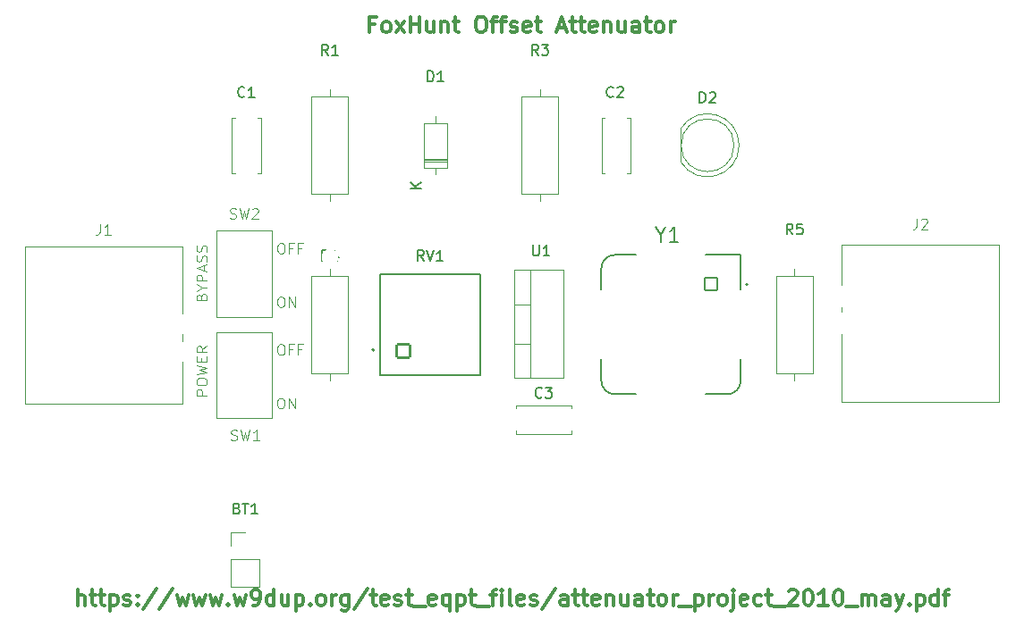
<source format=gto>
%TF.GenerationSoftware,KiCad,Pcbnew,9.0.0*%
%TF.CreationDate,2025-08-17T08:57:57-07:00*%
%TF.ProjectId,OffsetAttenuator,4f666673-6574-4417-9474-656e7561746f,rev?*%
%TF.SameCoordinates,Original*%
%TF.FileFunction,Legend,Top*%
%TF.FilePolarity,Positive*%
%FSLAX46Y46*%
G04 Gerber Fmt 4.6, Leading zero omitted, Abs format (unit mm)*
G04 Created by KiCad (PCBNEW 9.0.0) date 2025-08-17 08:57:57*
%MOMM*%
%LPD*%
G01*
G04 APERTURE LIST*
G04 Aperture macros list*
%AMRoundRect*
0 Rectangle with rounded corners*
0 $1 Rounding radius*
0 $2 $3 $4 $5 $6 $7 $8 $9 X,Y pos of 4 corners*
0 Add a 4 corners polygon primitive as box body*
4,1,4,$2,$3,$4,$5,$6,$7,$8,$9,$2,$3,0*
0 Add four circle primitives for the rounded corners*
1,1,$1+$1,$2,$3*
1,1,$1+$1,$4,$5*
1,1,$1+$1,$6,$7*
1,1,$1+$1,$8,$9*
0 Add four rect primitives between the rounded corners*
20,1,$1+$1,$2,$3,$4,$5,0*
20,1,$1+$1,$4,$5,$6,$7,0*
20,1,$1+$1,$6,$7,$8,$9,0*
20,1,$1+$1,$8,$9,$2,$3,0*%
G04 Aperture macros list end*
%ADD10C,0.100000*%
%ADD11C,0.300000*%
%ADD12C,0.150000*%
%ADD13C,0.127000*%
%ADD14C,0.200000*%
%ADD15C,0.120000*%
%ADD16RoundRect,0.102000X0.604000X0.604000X-0.604000X0.604000X-0.604000X-0.604000X0.604000X-0.604000X0*%
%ADD17C,1.412000*%
%ADD18C,2.100000*%
%ADD19C,2.700000*%
%ADD20C,1.600000*%
%ADD21O,1.600000X1.600000*%
%ADD22C,2.000000*%
%ADD23R,2.000000X1.905000*%
%ADD24O,2.000000X1.905000*%
%ADD25RoundRect,0.102000X-0.634000X-0.634000X0.634000X-0.634000X0.634000X0.634000X-0.634000X0.634000X0*%
%ADD26C,1.472000*%
%ADD27R,1.700000X1.700000*%
%ADD28O,1.700000X1.700000*%
%ADD29R,1.600000X1.600000*%
%ADD30R,1.800000X1.800000*%
%ADD31C,1.800000*%
G04 APERTURE END LIST*
D10*
X49372419Y-58196115D02*
X48372419Y-58196115D01*
X48372419Y-58196115D02*
X48372419Y-57815163D01*
X48372419Y-57815163D02*
X48420038Y-57719925D01*
X48420038Y-57719925D02*
X48467657Y-57672306D01*
X48467657Y-57672306D02*
X48562895Y-57624687D01*
X48562895Y-57624687D02*
X48705752Y-57624687D01*
X48705752Y-57624687D02*
X48800990Y-57672306D01*
X48800990Y-57672306D02*
X48848609Y-57719925D01*
X48848609Y-57719925D02*
X48896228Y-57815163D01*
X48896228Y-57815163D02*
X48896228Y-58196115D01*
X48372419Y-57005639D02*
X48372419Y-56815163D01*
X48372419Y-56815163D02*
X48420038Y-56719925D01*
X48420038Y-56719925D02*
X48515276Y-56624687D01*
X48515276Y-56624687D02*
X48705752Y-56577068D01*
X48705752Y-56577068D02*
X49039085Y-56577068D01*
X49039085Y-56577068D02*
X49229561Y-56624687D01*
X49229561Y-56624687D02*
X49324800Y-56719925D01*
X49324800Y-56719925D02*
X49372419Y-56815163D01*
X49372419Y-56815163D02*
X49372419Y-57005639D01*
X49372419Y-57005639D02*
X49324800Y-57100877D01*
X49324800Y-57100877D02*
X49229561Y-57196115D01*
X49229561Y-57196115D02*
X49039085Y-57243734D01*
X49039085Y-57243734D02*
X48705752Y-57243734D01*
X48705752Y-57243734D02*
X48515276Y-57196115D01*
X48515276Y-57196115D02*
X48420038Y-57100877D01*
X48420038Y-57100877D02*
X48372419Y-57005639D01*
X48372419Y-56243734D02*
X49372419Y-56005639D01*
X49372419Y-56005639D02*
X48658133Y-55815163D01*
X48658133Y-55815163D02*
X49372419Y-55624687D01*
X49372419Y-55624687D02*
X48372419Y-55386592D01*
X48848609Y-55005639D02*
X48848609Y-54672306D01*
X49372419Y-54529449D02*
X49372419Y-55005639D01*
X49372419Y-55005639D02*
X48372419Y-55005639D01*
X48372419Y-55005639D02*
X48372419Y-54529449D01*
X49372419Y-53529449D02*
X48896228Y-53862782D01*
X49372419Y-54100877D02*
X48372419Y-54100877D01*
X48372419Y-54100877D02*
X48372419Y-53719925D01*
X48372419Y-53719925D02*
X48420038Y-53624687D01*
X48420038Y-53624687D02*
X48467657Y-53577068D01*
X48467657Y-53577068D02*
X48562895Y-53529449D01*
X48562895Y-53529449D02*
X48705752Y-53529449D01*
X48705752Y-53529449D02*
X48800990Y-53577068D01*
X48800990Y-53577068D02*
X48848609Y-53624687D01*
X48848609Y-53624687D02*
X48896228Y-53719925D01*
X48896228Y-53719925D02*
X48896228Y-54100877D01*
X48848609Y-48862782D02*
X48896228Y-48719925D01*
X48896228Y-48719925D02*
X48943847Y-48672306D01*
X48943847Y-48672306D02*
X49039085Y-48624687D01*
X49039085Y-48624687D02*
X49181942Y-48624687D01*
X49181942Y-48624687D02*
X49277180Y-48672306D01*
X49277180Y-48672306D02*
X49324800Y-48719925D01*
X49324800Y-48719925D02*
X49372419Y-48815163D01*
X49372419Y-48815163D02*
X49372419Y-49196115D01*
X49372419Y-49196115D02*
X48372419Y-49196115D01*
X48372419Y-49196115D02*
X48372419Y-48862782D01*
X48372419Y-48862782D02*
X48420038Y-48767544D01*
X48420038Y-48767544D02*
X48467657Y-48719925D01*
X48467657Y-48719925D02*
X48562895Y-48672306D01*
X48562895Y-48672306D02*
X48658133Y-48672306D01*
X48658133Y-48672306D02*
X48753371Y-48719925D01*
X48753371Y-48719925D02*
X48800990Y-48767544D01*
X48800990Y-48767544D02*
X48848609Y-48862782D01*
X48848609Y-48862782D02*
X48848609Y-49196115D01*
X48896228Y-48005639D02*
X49372419Y-48005639D01*
X48372419Y-48338972D02*
X48896228Y-48005639D01*
X48896228Y-48005639D02*
X48372419Y-47672306D01*
X49372419Y-47338972D02*
X48372419Y-47338972D01*
X48372419Y-47338972D02*
X48372419Y-46958020D01*
X48372419Y-46958020D02*
X48420038Y-46862782D01*
X48420038Y-46862782D02*
X48467657Y-46815163D01*
X48467657Y-46815163D02*
X48562895Y-46767544D01*
X48562895Y-46767544D02*
X48705752Y-46767544D01*
X48705752Y-46767544D02*
X48800990Y-46815163D01*
X48800990Y-46815163D02*
X48848609Y-46862782D01*
X48848609Y-46862782D02*
X48896228Y-46958020D01*
X48896228Y-46958020D02*
X48896228Y-47338972D01*
X49086704Y-46386591D02*
X49086704Y-45910401D01*
X49372419Y-46481829D02*
X48372419Y-46148496D01*
X48372419Y-46148496D02*
X49372419Y-45815163D01*
X49324800Y-45529448D02*
X49372419Y-45386591D01*
X49372419Y-45386591D02*
X49372419Y-45148496D01*
X49372419Y-45148496D02*
X49324800Y-45053258D01*
X49324800Y-45053258D02*
X49277180Y-45005639D01*
X49277180Y-45005639D02*
X49181942Y-44958020D01*
X49181942Y-44958020D02*
X49086704Y-44958020D01*
X49086704Y-44958020D02*
X48991466Y-45005639D01*
X48991466Y-45005639D02*
X48943847Y-45053258D01*
X48943847Y-45053258D02*
X48896228Y-45148496D01*
X48896228Y-45148496D02*
X48848609Y-45338972D01*
X48848609Y-45338972D02*
X48800990Y-45434210D01*
X48800990Y-45434210D02*
X48753371Y-45481829D01*
X48753371Y-45481829D02*
X48658133Y-45529448D01*
X48658133Y-45529448D02*
X48562895Y-45529448D01*
X48562895Y-45529448D02*
X48467657Y-45481829D01*
X48467657Y-45481829D02*
X48420038Y-45434210D01*
X48420038Y-45434210D02*
X48372419Y-45338972D01*
X48372419Y-45338972D02*
X48372419Y-45100877D01*
X48372419Y-45100877D02*
X48420038Y-44958020D01*
X49324800Y-44577067D02*
X49372419Y-44434210D01*
X49372419Y-44434210D02*
X49372419Y-44196115D01*
X49372419Y-44196115D02*
X49324800Y-44100877D01*
X49324800Y-44100877D02*
X49277180Y-44053258D01*
X49277180Y-44053258D02*
X49181942Y-44005639D01*
X49181942Y-44005639D02*
X49086704Y-44005639D01*
X49086704Y-44005639D02*
X48991466Y-44053258D01*
X48991466Y-44053258D02*
X48943847Y-44100877D01*
X48943847Y-44100877D02*
X48896228Y-44196115D01*
X48896228Y-44196115D02*
X48848609Y-44386591D01*
X48848609Y-44386591D02*
X48800990Y-44481829D01*
X48800990Y-44481829D02*
X48753371Y-44529448D01*
X48753371Y-44529448D02*
X48658133Y-44577067D01*
X48658133Y-44577067D02*
X48562895Y-44577067D01*
X48562895Y-44577067D02*
X48467657Y-44529448D01*
X48467657Y-44529448D02*
X48420038Y-44481829D01*
X48420038Y-44481829D02*
X48372419Y-44386591D01*
X48372419Y-44386591D02*
X48372419Y-44148496D01*
X48372419Y-44148496D02*
X48420038Y-44005639D01*
D11*
X37154510Y-78100828D02*
X37154510Y-76600828D01*
X37797368Y-78100828D02*
X37797368Y-77315114D01*
X37797368Y-77315114D02*
X37725939Y-77172257D01*
X37725939Y-77172257D02*
X37583082Y-77100828D01*
X37583082Y-77100828D02*
X37368796Y-77100828D01*
X37368796Y-77100828D02*
X37225939Y-77172257D01*
X37225939Y-77172257D02*
X37154510Y-77243685D01*
X38297368Y-77100828D02*
X38868796Y-77100828D01*
X38511653Y-76600828D02*
X38511653Y-77886542D01*
X38511653Y-77886542D02*
X38583082Y-78029400D01*
X38583082Y-78029400D02*
X38725939Y-78100828D01*
X38725939Y-78100828D02*
X38868796Y-78100828D01*
X39154511Y-77100828D02*
X39725939Y-77100828D01*
X39368796Y-76600828D02*
X39368796Y-77886542D01*
X39368796Y-77886542D02*
X39440225Y-78029400D01*
X39440225Y-78029400D02*
X39583082Y-78100828D01*
X39583082Y-78100828D02*
X39725939Y-78100828D01*
X40225939Y-77100828D02*
X40225939Y-78600828D01*
X40225939Y-77172257D02*
X40368797Y-77100828D01*
X40368797Y-77100828D02*
X40654511Y-77100828D01*
X40654511Y-77100828D02*
X40797368Y-77172257D01*
X40797368Y-77172257D02*
X40868797Y-77243685D01*
X40868797Y-77243685D02*
X40940225Y-77386542D01*
X40940225Y-77386542D02*
X40940225Y-77815114D01*
X40940225Y-77815114D02*
X40868797Y-77957971D01*
X40868797Y-77957971D02*
X40797368Y-78029400D01*
X40797368Y-78029400D02*
X40654511Y-78100828D01*
X40654511Y-78100828D02*
X40368797Y-78100828D01*
X40368797Y-78100828D02*
X40225939Y-78029400D01*
X41511654Y-78029400D02*
X41654511Y-78100828D01*
X41654511Y-78100828D02*
X41940225Y-78100828D01*
X41940225Y-78100828D02*
X42083082Y-78029400D01*
X42083082Y-78029400D02*
X42154511Y-77886542D01*
X42154511Y-77886542D02*
X42154511Y-77815114D01*
X42154511Y-77815114D02*
X42083082Y-77672257D01*
X42083082Y-77672257D02*
X41940225Y-77600828D01*
X41940225Y-77600828D02*
X41725940Y-77600828D01*
X41725940Y-77600828D02*
X41583082Y-77529400D01*
X41583082Y-77529400D02*
X41511654Y-77386542D01*
X41511654Y-77386542D02*
X41511654Y-77315114D01*
X41511654Y-77315114D02*
X41583082Y-77172257D01*
X41583082Y-77172257D02*
X41725940Y-77100828D01*
X41725940Y-77100828D02*
X41940225Y-77100828D01*
X41940225Y-77100828D02*
X42083082Y-77172257D01*
X42797368Y-77957971D02*
X42868797Y-78029400D01*
X42868797Y-78029400D02*
X42797368Y-78100828D01*
X42797368Y-78100828D02*
X42725940Y-78029400D01*
X42725940Y-78029400D02*
X42797368Y-77957971D01*
X42797368Y-77957971D02*
X42797368Y-78100828D01*
X42797368Y-77172257D02*
X42868797Y-77243685D01*
X42868797Y-77243685D02*
X42797368Y-77315114D01*
X42797368Y-77315114D02*
X42725940Y-77243685D01*
X42725940Y-77243685D02*
X42797368Y-77172257D01*
X42797368Y-77172257D02*
X42797368Y-77315114D01*
X44583083Y-76529400D02*
X43297369Y-78457971D01*
X46154512Y-76529400D02*
X44868798Y-78457971D01*
X46511655Y-77100828D02*
X46797370Y-78100828D01*
X46797370Y-78100828D02*
X47083084Y-77386542D01*
X47083084Y-77386542D02*
X47368798Y-78100828D01*
X47368798Y-78100828D02*
X47654512Y-77100828D01*
X48083084Y-77100828D02*
X48368799Y-78100828D01*
X48368799Y-78100828D02*
X48654513Y-77386542D01*
X48654513Y-77386542D02*
X48940227Y-78100828D01*
X48940227Y-78100828D02*
X49225941Y-77100828D01*
X49654513Y-77100828D02*
X49940228Y-78100828D01*
X49940228Y-78100828D02*
X50225942Y-77386542D01*
X50225942Y-77386542D02*
X50511656Y-78100828D01*
X50511656Y-78100828D02*
X50797370Y-77100828D01*
X51368799Y-77957971D02*
X51440228Y-78029400D01*
X51440228Y-78029400D02*
X51368799Y-78100828D01*
X51368799Y-78100828D02*
X51297371Y-78029400D01*
X51297371Y-78029400D02*
X51368799Y-77957971D01*
X51368799Y-77957971D02*
X51368799Y-78100828D01*
X51940228Y-77100828D02*
X52225943Y-78100828D01*
X52225943Y-78100828D02*
X52511657Y-77386542D01*
X52511657Y-77386542D02*
X52797371Y-78100828D01*
X52797371Y-78100828D02*
X53083085Y-77100828D01*
X53725943Y-78100828D02*
X54011657Y-78100828D01*
X54011657Y-78100828D02*
X54154514Y-78029400D01*
X54154514Y-78029400D02*
X54225943Y-77957971D01*
X54225943Y-77957971D02*
X54368800Y-77743685D01*
X54368800Y-77743685D02*
X54440229Y-77457971D01*
X54440229Y-77457971D02*
X54440229Y-76886542D01*
X54440229Y-76886542D02*
X54368800Y-76743685D01*
X54368800Y-76743685D02*
X54297372Y-76672257D01*
X54297372Y-76672257D02*
X54154514Y-76600828D01*
X54154514Y-76600828D02*
X53868800Y-76600828D01*
X53868800Y-76600828D02*
X53725943Y-76672257D01*
X53725943Y-76672257D02*
X53654514Y-76743685D01*
X53654514Y-76743685D02*
X53583086Y-76886542D01*
X53583086Y-76886542D02*
X53583086Y-77243685D01*
X53583086Y-77243685D02*
X53654514Y-77386542D01*
X53654514Y-77386542D02*
X53725943Y-77457971D01*
X53725943Y-77457971D02*
X53868800Y-77529400D01*
X53868800Y-77529400D02*
X54154514Y-77529400D01*
X54154514Y-77529400D02*
X54297372Y-77457971D01*
X54297372Y-77457971D02*
X54368800Y-77386542D01*
X54368800Y-77386542D02*
X54440229Y-77243685D01*
X55725943Y-78100828D02*
X55725943Y-76600828D01*
X55725943Y-78029400D02*
X55583085Y-78100828D01*
X55583085Y-78100828D02*
X55297371Y-78100828D01*
X55297371Y-78100828D02*
X55154514Y-78029400D01*
X55154514Y-78029400D02*
X55083085Y-77957971D01*
X55083085Y-77957971D02*
X55011657Y-77815114D01*
X55011657Y-77815114D02*
X55011657Y-77386542D01*
X55011657Y-77386542D02*
X55083085Y-77243685D01*
X55083085Y-77243685D02*
X55154514Y-77172257D01*
X55154514Y-77172257D02*
X55297371Y-77100828D01*
X55297371Y-77100828D02*
X55583085Y-77100828D01*
X55583085Y-77100828D02*
X55725943Y-77172257D01*
X57083086Y-77100828D02*
X57083086Y-78100828D01*
X56440228Y-77100828D02*
X56440228Y-77886542D01*
X56440228Y-77886542D02*
X56511657Y-78029400D01*
X56511657Y-78029400D02*
X56654514Y-78100828D01*
X56654514Y-78100828D02*
X56868800Y-78100828D01*
X56868800Y-78100828D02*
X57011657Y-78029400D01*
X57011657Y-78029400D02*
X57083086Y-77957971D01*
X57797371Y-77100828D02*
X57797371Y-78600828D01*
X57797371Y-77172257D02*
X57940229Y-77100828D01*
X57940229Y-77100828D02*
X58225943Y-77100828D01*
X58225943Y-77100828D02*
X58368800Y-77172257D01*
X58368800Y-77172257D02*
X58440229Y-77243685D01*
X58440229Y-77243685D02*
X58511657Y-77386542D01*
X58511657Y-77386542D02*
X58511657Y-77815114D01*
X58511657Y-77815114D02*
X58440229Y-77957971D01*
X58440229Y-77957971D02*
X58368800Y-78029400D01*
X58368800Y-78029400D02*
X58225943Y-78100828D01*
X58225943Y-78100828D02*
X57940229Y-78100828D01*
X57940229Y-78100828D02*
X57797371Y-78029400D01*
X59154514Y-77957971D02*
X59225943Y-78029400D01*
X59225943Y-78029400D02*
X59154514Y-78100828D01*
X59154514Y-78100828D02*
X59083086Y-78029400D01*
X59083086Y-78029400D02*
X59154514Y-77957971D01*
X59154514Y-77957971D02*
X59154514Y-78100828D01*
X60083086Y-78100828D02*
X59940229Y-78029400D01*
X59940229Y-78029400D02*
X59868800Y-77957971D01*
X59868800Y-77957971D02*
X59797372Y-77815114D01*
X59797372Y-77815114D02*
X59797372Y-77386542D01*
X59797372Y-77386542D02*
X59868800Y-77243685D01*
X59868800Y-77243685D02*
X59940229Y-77172257D01*
X59940229Y-77172257D02*
X60083086Y-77100828D01*
X60083086Y-77100828D02*
X60297372Y-77100828D01*
X60297372Y-77100828D02*
X60440229Y-77172257D01*
X60440229Y-77172257D02*
X60511658Y-77243685D01*
X60511658Y-77243685D02*
X60583086Y-77386542D01*
X60583086Y-77386542D02*
X60583086Y-77815114D01*
X60583086Y-77815114D02*
X60511658Y-77957971D01*
X60511658Y-77957971D02*
X60440229Y-78029400D01*
X60440229Y-78029400D02*
X60297372Y-78100828D01*
X60297372Y-78100828D02*
X60083086Y-78100828D01*
X61225943Y-78100828D02*
X61225943Y-77100828D01*
X61225943Y-77386542D02*
X61297372Y-77243685D01*
X61297372Y-77243685D02*
X61368801Y-77172257D01*
X61368801Y-77172257D02*
X61511658Y-77100828D01*
X61511658Y-77100828D02*
X61654515Y-77100828D01*
X62797372Y-77100828D02*
X62797372Y-78315114D01*
X62797372Y-78315114D02*
X62725943Y-78457971D01*
X62725943Y-78457971D02*
X62654514Y-78529400D01*
X62654514Y-78529400D02*
X62511657Y-78600828D01*
X62511657Y-78600828D02*
X62297372Y-78600828D01*
X62297372Y-78600828D02*
X62154514Y-78529400D01*
X62797372Y-78029400D02*
X62654514Y-78100828D01*
X62654514Y-78100828D02*
X62368800Y-78100828D01*
X62368800Y-78100828D02*
X62225943Y-78029400D01*
X62225943Y-78029400D02*
X62154514Y-77957971D01*
X62154514Y-77957971D02*
X62083086Y-77815114D01*
X62083086Y-77815114D02*
X62083086Y-77386542D01*
X62083086Y-77386542D02*
X62154514Y-77243685D01*
X62154514Y-77243685D02*
X62225943Y-77172257D01*
X62225943Y-77172257D02*
X62368800Y-77100828D01*
X62368800Y-77100828D02*
X62654514Y-77100828D01*
X62654514Y-77100828D02*
X62797372Y-77172257D01*
X64583086Y-76529400D02*
X63297372Y-78457971D01*
X64868801Y-77100828D02*
X65440229Y-77100828D01*
X65083086Y-76600828D02*
X65083086Y-77886542D01*
X65083086Y-77886542D02*
X65154515Y-78029400D01*
X65154515Y-78029400D02*
X65297372Y-78100828D01*
X65297372Y-78100828D02*
X65440229Y-78100828D01*
X66511658Y-78029400D02*
X66368801Y-78100828D01*
X66368801Y-78100828D02*
X66083087Y-78100828D01*
X66083087Y-78100828D02*
X65940229Y-78029400D01*
X65940229Y-78029400D02*
X65868801Y-77886542D01*
X65868801Y-77886542D02*
X65868801Y-77315114D01*
X65868801Y-77315114D02*
X65940229Y-77172257D01*
X65940229Y-77172257D02*
X66083087Y-77100828D01*
X66083087Y-77100828D02*
X66368801Y-77100828D01*
X66368801Y-77100828D02*
X66511658Y-77172257D01*
X66511658Y-77172257D02*
X66583087Y-77315114D01*
X66583087Y-77315114D02*
X66583087Y-77457971D01*
X66583087Y-77457971D02*
X65868801Y-77600828D01*
X67154515Y-78029400D02*
X67297372Y-78100828D01*
X67297372Y-78100828D02*
X67583086Y-78100828D01*
X67583086Y-78100828D02*
X67725943Y-78029400D01*
X67725943Y-78029400D02*
X67797372Y-77886542D01*
X67797372Y-77886542D02*
X67797372Y-77815114D01*
X67797372Y-77815114D02*
X67725943Y-77672257D01*
X67725943Y-77672257D02*
X67583086Y-77600828D01*
X67583086Y-77600828D02*
X67368801Y-77600828D01*
X67368801Y-77600828D02*
X67225943Y-77529400D01*
X67225943Y-77529400D02*
X67154515Y-77386542D01*
X67154515Y-77386542D02*
X67154515Y-77315114D01*
X67154515Y-77315114D02*
X67225943Y-77172257D01*
X67225943Y-77172257D02*
X67368801Y-77100828D01*
X67368801Y-77100828D02*
X67583086Y-77100828D01*
X67583086Y-77100828D02*
X67725943Y-77172257D01*
X68225944Y-77100828D02*
X68797372Y-77100828D01*
X68440229Y-76600828D02*
X68440229Y-77886542D01*
X68440229Y-77886542D02*
X68511658Y-78029400D01*
X68511658Y-78029400D02*
X68654515Y-78100828D01*
X68654515Y-78100828D02*
X68797372Y-78100828D01*
X68940230Y-78243685D02*
X70083087Y-78243685D01*
X71011658Y-78029400D02*
X70868801Y-78100828D01*
X70868801Y-78100828D02*
X70583087Y-78100828D01*
X70583087Y-78100828D02*
X70440229Y-78029400D01*
X70440229Y-78029400D02*
X70368801Y-77886542D01*
X70368801Y-77886542D02*
X70368801Y-77315114D01*
X70368801Y-77315114D02*
X70440229Y-77172257D01*
X70440229Y-77172257D02*
X70583087Y-77100828D01*
X70583087Y-77100828D02*
X70868801Y-77100828D01*
X70868801Y-77100828D02*
X71011658Y-77172257D01*
X71011658Y-77172257D02*
X71083087Y-77315114D01*
X71083087Y-77315114D02*
X71083087Y-77457971D01*
X71083087Y-77457971D02*
X70368801Y-77600828D01*
X72368801Y-77100828D02*
X72368801Y-78600828D01*
X72368801Y-78029400D02*
X72225943Y-78100828D01*
X72225943Y-78100828D02*
X71940229Y-78100828D01*
X71940229Y-78100828D02*
X71797372Y-78029400D01*
X71797372Y-78029400D02*
X71725943Y-77957971D01*
X71725943Y-77957971D02*
X71654515Y-77815114D01*
X71654515Y-77815114D02*
X71654515Y-77386542D01*
X71654515Y-77386542D02*
X71725943Y-77243685D01*
X71725943Y-77243685D02*
X71797372Y-77172257D01*
X71797372Y-77172257D02*
X71940229Y-77100828D01*
X71940229Y-77100828D02*
X72225943Y-77100828D01*
X72225943Y-77100828D02*
X72368801Y-77172257D01*
X73083086Y-77100828D02*
X73083086Y-78600828D01*
X73083086Y-77172257D02*
X73225944Y-77100828D01*
X73225944Y-77100828D02*
X73511658Y-77100828D01*
X73511658Y-77100828D02*
X73654515Y-77172257D01*
X73654515Y-77172257D02*
X73725944Y-77243685D01*
X73725944Y-77243685D02*
X73797372Y-77386542D01*
X73797372Y-77386542D02*
X73797372Y-77815114D01*
X73797372Y-77815114D02*
X73725944Y-77957971D01*
X73725944Y-77957971D02*
X73654515Y-78029400D01*
X73654515Y-78029400D02*
X73511658Y-78100828D01*
X73511658Y-78100828D02*
X73225944Y-78100828D01*
X73225944Y-78100828D02*
X73083086Y-78029400D01*
X74225944Y-77100828D02*
X74797372Y-77100828D01*
X74440229Y-76600828D02*
X74440229Y-77886542D01*
X74440229Y-77886542D02*
X74511658Y-78029400D01*
X74511658Y-78029400D02*
X74654515Y-78100828D01*
X74654515Y-78100828D02*
X74797372Y-78100828D01*
X74940230Y-78243685D02*
X76083087Y-78243685D01*
X76225944Y-77100828D02*
X76797372Y-77100828D01*
X76440229Y-78100828D02*
X76440229Y-76815114D01*
X76440229Y-76815114D02*
X76511658Y-76672257D01*
X76511658Y-76672257D02*
X76654515Y-76600828D01*
X76654515Y-76600828D02*
X76797372Y-76600828D01*
X77297372Y-78100828D02*
X77297372Y-77100828D01*
X77297372Y-76600828D02*
X77225944Y-76672257D01*
X77225944Y-76672257D02*
X77297372Y-76743685D01*
X77297372Y-76743685D02*
X77368801Y-76672257D01*
X77368801Y-76672257D02*
X77297372Y-76600828D01*
X77297372Y-76600828D02*
X77297372Y-76743685D01*
X78225944Y-78100828D02*
X78083087Y-78029400D01*
X78083087Y-78029400D02*
X78011658Y-77886542D01*
X78011658Y-77886542D02*
X78011658Y-76600828D01*
X79368801Y-78029400D02*
X79225944Y-78100828D01*
X79225944Y-78100828D02*
X78940230Y-78100828D01*
X78940230Y-78100828D02*
X78797372Y-78029400D01*
X78797372Y-78029400D02*
X78725944Y-77886542D01*
X78725944Y-77886542D02*
X78725944Y-77315114D01*
X78725944Y-77315114D02*
X78797372Y-77172257D01*
X78797372Y-77172257D02*
X78940230Y-77100828D01*
X78940230Y-77100828D02*
X79225944Y-77100828D01*
X79225944Y-77100828D02*
X79368801Y-77172257D01*
X79368801Y-77172257D02*
X79440230Y-77315114D01*
X79440230Y-77315114D02*
X79440230Y-77457971D01*
X79440230Y-77457971D02*
X78725944Y-77600828D01*
X80011658Y-78029400D02*
X80154515Y-78100828D01*
X80154515Y-78100828D02*
X80440229Y-78100828D01*
X80440229Y-78100828D02*
X80583086Y-78029400D01*
X80583086Y-78029400D02*
X80654515Y-77886542D01*
X80654515Y-77886542D02*
X80654515Y-77815114D01*
X80654515Y-77815114D02*
X80583086Y-77672257D01*
X80583086Y-77672257D02*
X80440229Y-77600828D01*
X80440229Y-77600828D02*
X80225944Y-77600828D01*
X80225944Y-77600828D02*
X80083086Y-77529400D01*
X80083086Y-77529400D02*
X80011658Y-77386542D01*
X80011658Y-77386542D02*
X80011658Y-77315114D01*
X80011658Y-77315114D02*
X80083086Y-77172257D01*
X80083086Y-77172257D02*
X80225944Y-77100828D01*
X80225944Y-77100828D02*
X80440229Y-77100828D01*
X80440229Y-77100828D02*
X80583086Y-77172257D01*
X82368801Y-76529400D02*
X81083087Y-78457971D01*
X83511659Y-78100828D02*
X83511659Y-77315114D01*
X83511659Y-77315114D02*
X83440230Y-77172257D01*
X83440230Y-77172257D02*
X83297373Y-77100828D01*
X83297373Y-77100828D02*
X83011659Y-77100828D01*
X83011659Y-77100828D02*
X82868801Y-77172257D01*
X83511659Y-78029400D02*
X83368801Y-78100828D01*
X83368801Y-78100828D02*
X83011659Y-78100828D01*
X83011659Y-78100828D02*
X82868801Y-78029400D01*
X82868801Y-78029400D02*
X82797373Y-77886542D01*
X82797373Y-77886542D02*
X82797373Y-77743685D01*
X82797373Y-77743685D02*
X82868801Y-77600828D01*
X82868801Y-77600828D02*
X83011659Y-77529400D01*
X83011659Y-77529400D02*
X83368801Y-77529400D01*
X83368801Y-77529400D02*
X83511659Y-77457971D01*
X84011659Y-77100828D02*
X84583087Y-77100828D01*
X84225944Y-76600828D02*
X84225944Y-77886542D01*
X84225944Y-77886542D02*
X84297373Y-78029400D01*
X84297373Y-78029400D02*
X84440230Y-78100828D01*
X84440230Y-78100828D02*
X84583087Y-78100828D01*
X84868802Y-77100828D02*
X85440230Y-77100828D01*
X85083087Y-76600828D02*
X85083087Y-77886542D01*
X85083087Y-77886542D02*
X85154516Y-78029400D01*
X85154516Y-78029400D02*
X85297373Y-78100828D01*
X85297373Y-78100828D02*
X85440230Y-78100828D01*
X86511659Y-78029400D02*
X86368802Y-78100828D01*
X86368802Y-78100828D02*
X86083088Y-78100828D01*
X86083088Y-78100828D02*
X85940230Y-78029400D01*
X85940230Y-78029400D02*
X85868802Y-77886542D01*
X85868802Y-77886542D02*
X85868802Y-77315114D01*
X85868802Y-77315114D02*
X85940230Y-77172257D01*
X85940230Y-77172257D02*
X86083088Y-77100828D01*
X86083088Y-77100828D02*
X86368802Y-77100828D01*
X86368802Y-77100828D02*
X86511659Y-77172257D01*
X86511659Y-77172257D02*
X86583088Y-77315114D01*
X86583088Y-77315114D02*
X86583088Y-77457971D01*
X86583088Y-77457971D02*
X85868802Y-77600828D01*
X87225944Y-77100828D02*
X87225944Y-78100828D01*
X87225944Y-77243685D02*
X87297373Y-77172257D01*
X87297373Y-77172257D02*
X87440230Y-77100828D01*
X87440230Y-77100828D02*
X87654516Y-77100828D01*
X87654516Y-77100828D02*
X87797373Y-77172257D01*
X87797373Y-77172257D02*
X87868802Y-77315114D01*
X87868802Y-77315114D02*
X87868802Y-78100828D01*
X89225945Y-77100828D02*
X89225945Y-78100828D01*
X88583087Y-77100828D02*
X88583087Y-77886542D01*
X88583087Y-77886542D02*
X88654516Y-78029400D01*
X88654516Y-78029400D02*
X88797373Y-78100828D01*
X88797373Y-78100828D02*
X89011659Y-78100828D01*
X89011659Y-78100828D02*
X89154516Y-78029400D01*
X89154516Y-78029400D02*
X89225945Y-77957971D01*
X90583088Y-78100828D02*
X90583088Y-77315114D01*
X90583088Y-77315114D02*
X90511659Y-77172257D01*
X90511659Y-77172257D02*
X90368802Y-77100828D01*
X90368802Y-77100828D02*
X90083088Y-77100828D01*
X90083088Y-77100828D02*
X89940230Y-77172257D01*
X90583088Y-78029400D02*
X90440230Y-78100828D01*
X90440230Y-78100828D02*
X90083088Y-78100828D01*
X90083088Y-78100828D02*
X89940230Y-78029400D01*
X89940230Y-78029400D02*
X89868802Y-77886542D01*
X89868802Y-77886542D02*
X89868802Y-77743685D01*
X89868802Y-77743685D02*
X89940230Y-77600828D01*
X89940230Y-77600828D02*
X90083088Y-77529400D01*
X90083088Y-77529400D02*
X90440230Y-77529400D01*
X90440230Y-77529400D02*
X90583088Y-77457971D01*
X91083088Y-77100828D02*
X91654516Y-77100828D01*
X91297373Y-76600828D02*
X91297373Y-77886542D01*
X91297373Y-77886542D02*
X91368802Y-78029400D01*
X91368802Y-78029400D02*
X91511659Y-78100828D01*
X91511659Y-78100828D02*
X91654516Y-78100828D01*
X92368802Y-78100828D02*
X92225945Y-78029400D01*
X92225945Y-78029400D02*
X92154516Y-77957971D01*
X92154516Y-77957971D02*
X92083088Y-77815114D01*
X92083088Y-77815114D02*
X92083088Y-77386542D01*
X92083088Y-77386542D02*
X92154516Y-77243685D01*
X92154516Y-77243685D02*
X92225945Y-77172257D01*
X92225945Y-77172257D02*
X92368802Y-77100828D01*
X92368802Y-77100828D02*
X92583088Y-77100828D01*
X92583088Y-77100828D02*
X92725945Y-77172257D01*
X92725945Y-77172257D02*
X92797374Y-77243685D01*
X92797374Y-77243685D02*
X92868802Y-77386542D01*
X92868802Y-77386542D02*
X92868802Y-77815114D01*
X92868802Y-77815114D02*
X92797374Y-77957971D01*
X92797374Y-77957971D02*
X92725945Y-78029400D01*
X92725945Y-78029400D02*
X92583088Y-78100828D01*
X92583088Y-78100828D02*
X92368802Y-78100828D01*
X93511659Y-78100828D02*
X93511659Y-77100828D01*
X93511659Y-77386542D02*
X93583088Y-77243685D01*
X93583088Y-77243685D02*
X93654517Y-77172257D01*
X93654517Y-77172257D02*
X93797374Y-77100828D01*
X93797374Y-77100828D02*
X93940231Y-77100828D01*
X94083088Y-78243685D02*
X95225945Y-78243685D01*
X95583087Y-77100828D02*
X95583087Y-78600828D01*
X95583087Y-77172257D02*
X95725945Y-77100828D01*
X95725945Y-77100828D02*
X96011659Y-77100828D01*
X96011659Y-77100828D02*
X96154516Y-77172257D01*
X96154516Y-77172257D02*
X96225945Y-77243685D01*
X96225945Y-77243685D02*
X96297373Y-77386542D01*
X96297373Y-77386542D02*
X96297373Y-77815114D01*
X96297373Y-77815114D02*
X96225945Y-77957971D01*
X96225945Y-77957971D02*
X96154516Y-78029400D01*
X96154516Y-78029400D02*
X96011659Y-78100828D01*
X96011659Y-78100828D02*
X95725945Y-78100828D01*
X95725945Y-78100828D02*
X95583087Y-78029400D01*
X96940230Y-78100828D02*
X96940230Y-77100828D01*
X96940230Y-77386542D02*
X97011659Y-77243685D01*
X97011659Y-77243685D02*
X97083088Y-77172257D01*
X97083088Y-77172257D02*
X97225945Y-77100828D01*
X97225945Y-77100828D02*
X97368802Y-77100828D01*
X98083087Y-78100828D02*
X97940230Y-78029400D01*
X97940230Y-78029400D02*
X97868801Y-77957971D01*
X97868801Y-77957971D02*
X97797373Y-77815114D01*
X97797373Y-77815114D02*
X97797373Y-77386542D01*
X97797373Y-77386542D02*
X97868801Y-77243685D01*
X97868801Y-77243685D02*
X97940230Y-77172257D01*
X97940230Y-77172257D02*
X98083087Y-77100828D01*
X98083087Y-77100828D02*
X98297373Y-77100828D01*
X98297373Y-77100828D02*
X98440230Y-77172257D01*
X98440230Y-77172257D02*
X98511659Y-77243685D01*
X98511659Y-77243685D02*
X98583087Y-77386542D01*
X98583087Y-77386542D02*
X98583087Y-77815114D01*
X98583087Y-77815114D02*
X98511659Y-77957971D01*
X98511659Y-77957971D02*
X98440230Y-78029400D01*
X98440230Y-78029400D02*
X98297373Y-78100828D01*
X98297373Y-78100828D02*
X98083087Y-78100828D01*
X99225944Y-77100828D02*
X99225944Y-78386542D01*
X99225944Y-78386542D02*
X99154516Y-78529400D01*
X99154516Y-78529400D02*
X99011659Y-78600828D01*
X99011659Y-78600828D02*
X98940230Y-78600828D01*
X99225944Y-76600828D02*
X99154516Y-76672257D01*
X99154516Y-76672257D02*
X99225944Y-76743685D01*
X99225944Y-76743685D02*
X99297373Y-76672257D01*
X99297373Y-76672257D02*
X99225944Y-76600828D01*
X99225944Y-76600828D02*
X99225944Y-76743685D01*
X100511659Y-78029400D02*
X100368802Y-78100828D01*
X100368802Y-78100828D02*
X100083088Y-78100828D01*
X100083088Y-78100828D02*
X99940230Y-78029400D01*
X99940230Y-78029400D02*
X99868802Y-77886542D01*
X99868802Y-77886542D02*
X99868802Y-77315114D01*
X99868802Y-77315114D02*
X99940230Y-77172257D01*
X99940230Y-77172257D02*
X100083088Y-77100828D01*
X100083088Y-77100828D02*
X100368802Y-77100828D01*
X100368802Y-77100828D02*
X100511659Y-77172257D01*
X100511659Y-77172257D02*
X100583088Y-77315114D01*
X100583088Y-77315114D02*
X100583088Y-77457971D01*
X100583088Y-77457971D02*
X99868802Y-77600828D01*
X101868802Y-78029400D02*
X101725944Y-78100828D01*
X101725944Y-78100828D02*
X101440230Y-78100828D01*
X101440230Y-78100828D02*
X101297373Y-78029400D01*
X101297373Y-78029400D02*
X101225944Y-77957971D01*
X101225944Y-77957971D02*
X101154516Y-77815114D01*
X101154516Y-77815114D02*
X101154516Y-77386542D01*
X101154516Y-77386542D02*
X101225944Y-77243685D01*
X101225944Y-77243685D02*
X101297373Y-77172257D01*
X101297373Y-77172257D02*
X101440230Y-77100828D01*
X101440230Y-77100828D02*
X101725944Y-77100828D01*
X101725944Y-77100828D02*
X101868802Y-77172257D01*
X102297373Y-77100828D02*
X102868801Y-77100828D01*
X102511658Y-76600828D02*
X102511658Y-77886542D01*
X102511658Y-77886542D02*
X102583087Y-78029400D01*
X102583087Y-78029400D02*
X102725944Y-78100828D01*
X102725944Y-78100828D02*
X102868801Y-78100828D01*
X103011659Y-78243685D02*
X104154516Y-78243685D01*
X104440230Y-76743685D02*
X104511658Y-76672257D01*
X104511658Y-76672257D02*
X104654516Y-76600828D01*
X104654516Y-76600828D02*
X105011658Y-76600828D01*
X105011658Y-76600828D02*
X105154516Y-76672257D01*
X105154516Y-76672257D02*
X105225944Y-76743685D01*
X105225944Y-76743685D02*
X105297373Y-76886542D01*
X105297373Y-76886542D02*
X105297373Y-77029400D01*
X105297373Y-77029400D02*
X105225944Y-77243685D01*
X105225944Y-77243685D02*
X104368801Y-78100828D01*
X104368801Y-78100828D02*
X105297373Y-78100828D01*
X106225944Y-76600828D02*
X106368801Y-76600828D01*
X106368801Y-76600828D02*
X106511658Y-76672257D01*
X106511658Y-76672257D02*
X106583087Y-76743685D01*
X106583087Y-76743685D02*
X106654515Y-76886542D01*
X106654515Y-76886542D02*
X106725944Y-77172257D01*
X106725944Y-77172257D02*
X106725944Y-77529400D01*
X106725944Y-77529400D02*
X106654515Y-77815114D01*
X106654515Y-77815114D02*
X106583087Y-77957971D01*
X106583087Y-77957971D02*
X106511658Y-78029400D01*
X106511658Y-78029400D02*
X106368801Y-78100828D01*
X106368801Y-78100828D02*
X106225944Y-78100828D01*
X106225944Y-78100828D02*
X106083087Y-78029400D01*
X106083087Y-78029400D02*
X106011658Y-77957971D01*
X106011658Y-77957971D02*
X105940229Y-77815114D01*
X105940229Y-77815114D02*
X105868801Y-77529400D01*
X105868801Y-77529400D02*
X105868801Y-77172257D01*
X105868801Y-77172257D02*
X105940229Y-76886542D01*
X105940229Y-76886542D02*
X106011658Y-76743685D01*
X106011658Y-76743685D02*
X106083087Y-76672257D01*
X106083087Y-76672257D02*
X106225944Y-76600828D01*
X108154515Y-78100828D02*
X107297372Y-78100828D01*
X107725943Y-78100828D02*
X107725943Y-76600828D01*
X107725943Y-76600828D02*
X107583086Y-76815114D01*
X107583086Y-76815114D02*
X107440229Y-76957971D01*
X107440229Y-76957971D02*
X107297372Y-77029400D01*
X109083086Y-76600828D02*
X109225943Y-76600828D01*
X109225943Y-76600828D02*
X109368800Y-76672257D01*
X109368800Y-76672257D02*
X109440229Y-76743685D01*
X109440229Y-76743685D02*
X109511657Y-76886542D01*
X109511657Y-76886542D02*
X109583086Y-77172257D01*
X109583086Y-77172257D02*
X109583086Y-77529400D01*
X109583086Y-77529400D02*
X109511657Y-77815114D01*
X109511657Y-77815114D02*
X109440229Y-77957971D01*
X109440229Y-77957971D02*
X109368800Y-78029400D01*
X109368800Y-78029400D02*
X109225943Y-78100828D01*
X109225943Y-78100828D02*
X109083086Y-78100828D01*
X109083086Y-78100828D02*
X108940229Y-78029400D01*
X108940229Y-78029400D02*
X108868800Y-77957971D01*
X108868800Y-77957971D02*
X108797371Y-77815114D01*
X108797371Y-77815114D02*
X108725943Y-77529400D01*
X108725943Y-77529400D02*
X108725943Y-77172257D01*
X108725943Y-77172257D02*
X108797371Y-76886542D01*
X108797371Y-76886542D02*
X108868800Y-76743685D01*
X108868800Y-76743685D02*
X108940229Y-76672257D01*
X108940229Y-76672257D02*
X109083086Y-76600828D01*
X109868800Y-78243685D02*
X111011657Y-78243685D01*
X111368799Y-78100828D02*
X111368799Y-77100828D01*
X111368799Y-77243685D02*
X111440228Y-77172257D01*
X111440228Y-77172257D02*
X111583085Y-77100828D01*
X111583085Y-77100828D02*
X111797371Y-77100828D01*
X111797371Y-77100828D02*
X111940228Y-77172257D01*
X111940228Y-77172257D02*
X112011657Y-77315114D01*
X112011657Y-77315114D02*
X112011657Y-78100828D01*
X112011657Y-77315114D02*
X112083085Y-77172257D01*
X112083085Y-77172257D02*
X112225942Y-77100828D01*
X112225942Y-77100828D02*
X112440228Y-77100828D01*
X112440228Y-77100828D02*
X112583085Y-77172257D01*
X112583085Y-77172257D02*
X112654514Y-77315114D01*
X112654514Y-77315114D02*
X112654514Y-78100828D01*
X114011657Y-78100828D02*
X114011657Y-77315114D01*
X114011657Y-77315114D02*
X113940228Y-77172257D01*
X113940228Y-77172257D02*
X113797371Y-77100828D01*
X113797371Y-77100828D02*
X113511657Y-77100828D01*
X113511657Y-77100828D02*
X113368799Y-77172257D01*
X114011657Y-78029400D02*
X113868799Y-78100828D01*
X113868799Y-78100828D02*
X113511657Y-78100828D01*
X113511657Y-78100828D02*
X113368799Y-78029400D01*
X113368799Y-78029400D02*
X113297371Y-77886542D01*
X113297371Y-77886542D02*
X113297371Y-77743685D01*
X113297371Y-77743685D02*
X113368799Y-77600828D01*
X113368799Y-77600828D02*
X113511657Y-77529400D01*
X113511657Y-77529400D02*
X113868799Y-77529400D01*
X113868799Y-77529400D02*
X114011657Y-77457971D01*
X114583085Y-77100828D02*
X114940228Y-78100828D01*
X115297371Y-77100828D02*
X114940228Y-78100828D01*
X114940228Y-78100828D02*
X114797371Y-78457971D01*
X114797371Y-78457971D02*
X114725942Y-78529400D01*
X114725942Y-78529400D02*
X114583085Y-78600828D01*
X115868799Y-77957971D02*
X115940228Y-78029400D01*
X115940228Y-78029400D02*
X115868799Y-78100828D01*
X115868799Y-78100828D02*
X115797371Y-78029400D01*
X115797371Y-78029400D02*
X115868799Y-77957971D01*
X115868799Y-77957971D02*
X115868799Y-78100828D01*
X116583085Y-77100828D02*
X116583085Y-78600828D01*
X116583085Y-77172257D02*
X116725943Y-77100828D01*
X116725943Y-77100828D02*
X117011657Y-77100828D01*
X117011657Y-77100828D02*
X117154514Y-77172257D01*
X117154514Y-77172257D02*
X117225943Y-77243685D01*
X117225943Y-77243685D02*
X117297371Y-77386542D01*
X117297371Y-77386542D02*
X117297371Y-77815114D01*
X117297371Y-77815114D02*
X117225943Y-77957971D01*
X117225943Y-77957971D02*
X117154514Y-78029400D01*
X117154514Y-78029400D02*
X117011657Y-78100828D01*
X117011657Y-78100828D02*
X116725943Y-78100828D01*
X116725943Y-78100828D02*
X116583085Y-78029400D01*
X118583086Y-78100828D02*
X118583086Y-76600828D01*
X118583086Y-78029400D02*
X118440228Y-78100828D01*
X118440228Y-78100828D02*
X118154514Y-78100828D01*
X118154514Y-78100828D02*
X118011657Y-78029400D01*
X118011657Y-78029400D02*
X117940228Y-77957971D01*
X117940228Y-77957971D02*
X117868800Y-77815114D01*
X117868800Y-77815114D02*
X117868800Y-77386542D01*
X117868800Y-77386542D02*
X117940228Y-77243685D01*
X117940228Y-77243685D02*
X118011657Y-77172257D01*
X118011657Y-77172257D02*
X118154514Y-77100828D01*
X118154514Y-77100828D02*
X118440228Y-77100828D01*
X118440228Y-77100828D02*
X118583086Y-77172257D01*
X119083086Y-77100828D02*
X119654514Y-77100828D01*
X119297371Y-78100828D02*
X119297371Y-76815114D01*
X119297371Y-76815114D02*
X119368800Y-76672257D01*
X119368800Y-76672257D02*
X119511657Y-76600828D01*
X119511657Y-76600828D02*
X119654514Y-76600828D01*
X65254510Y-23015114D02*
X64754510Y-23015114D01*
X64754510Y-23800828D02*
X64754510Y-22300828D01*
X64754510Y-22300828D02*
X65468796Y-22300828D01*
X66254510Y-23800828D02*
X66111653Y-23729400D01*
X66111653Y-23729400D02*
X66040224Y-23657971D01*
X66040224Y-23657971D02*
X65968796Y-23515114D01*
X65968796Y-23515114D02*
X65968796Y-23086542D01*
X65968796Y-23086542D02*
X66040224Y-22943685D01*
X66040224Y-22943685D02*
X66111653Y-22872257D01*
X66111653Y-22872257D02*
X66254510Y-22800828D01*
X66254510Y-22800828D02*
X66468796Y-22800828D01*
X66468796Y-22800828D02*
X66611653Y-22872257D01*
X66611653Y-22872257D02*
X66683082Y-22943685D01*
X66683082Y-22943685D02*
X66754510Y-23086542D01*
X66754510Y-23086542D02*
X66754510Y-23515114D01*
X66754510Y-23515114D02*
X66683082Y-23657971D01*
X66683082Y-23657971D02*
X66611653Y-23729400D01*
X66611653Y-23729400D02*
X66468796Y-23800828D01*
X66468796Y-23800828D02*
X66254510Y-23800828D01*
X67254510Y-23800828D02*
X68040225Y-22800828D01*
X67254510Y-22800828D02*
X68040225Y-23800828D01*
X68611653Y-23800828D02*
X68611653Y-22300828D01*
X68611653Y-23015114D02*
X69468796Y-23015114D01*
X69468796Y-23800828D02*
X69468796Y-22300828D01*
X70825940Y-22800828D02*
X70825940Y-23800828D01*
X70183082Y-22800828D02*
X70183082Y-23586542D01*
X70183082Y-23586542D02*
X70254511Y-23729400D01*
X70254511Y-23729400D02*
X70397368Y-23800828D01*
X70397368Y-23800828D02*
X70611654Y-23800828D01*
X70611654Y-23800828D02*
X70754511Y-23729400D01*
X70754511Y-23729400D02*
X70825940Y-23657971D01*
X71540225Y-22800828D02*
X71540225Y-23800828D01*
X71540225Y-22943685D02*
X71611654Y-22872257D01*
X71611654Y-22872257D02*
X71754511Y-22800828D01*
X71754511Y-22800828D02*
X71968797Y-22800828D01*
X71968797Y-22800828D02*
X72111654Y-22872257D01*
X72111654Y-22872257D02*
X72183083Y-23015114D01*
X72183083Y-23015114D02*
X72183083Y-23800828D01*
X72683083Y-22800828D02*
X73254511Y-22800828D01*
X72897368Y-22300828D02*
X72897368Y-23586542D01*
X72897368Y-23586542D02*
X72968797Y-23729400D01*
X72968797Y-23729400D02*
X73111654Y-23800828D01*
X73111654Y-23800828D02*
X73254511Y-23800828D01*
X75183083Y-22300828D02*
X75468797Y-22300828D01*
X75468797Y-22300828D02*
X75611654Y-22372257D01*
X75611654Y-22372257D02*
X75754511Y-22515114D01*
X75754511Y-22515114D02*
X75825940Y-22800828D01*
X75825940Y-22800828D02*
X75825940Y-23300828D01*
X75825940Y-23300828D02*
X75754511Y-23586542D01*
X75754511Y-23586542D02*
X75611654Y-23729400D01*
X75611654Y-23729400D02*
X75468797Y-23800828D01*
X75468797Y-23800828D02*
X75183083Y-23800828D01*
X75183083Y-23800828D02*
X75040226Y-23729400D01*
X75040226Y-23729400D02*
X74897368Y-23586542D01*
X74897368Y-23586542D02*
X74825940Y-23300828D01*
X74825940Y-23300828D02*
X74825940Y-22800828D01*
X74825940Y-22800828D02*
X74897368Y-22515114D01*
X74897368Y-22515114D02*
X75040226Y-22372257D01*
X75040226Y-22372257D02*
X75183083Y-22300828D01*
X76254512Y-22800828D02*
X76825940Y-22800828D01*
X76468797Y-23800828D02*
X76468797Y-22515114D01*
X76468797Y-22515114D02*
X76540226Y-22372257D01*
X76540226Y-22372257D02*
X76683083Y-22300828D01*
X76683083Y-22300828D02*
X76825940Y-22300828D01*
X77111655Y-22800828D02*
X77683083Y-22800828D01*
X77325940Y-23800828D02*
X77325940Y-22515114D01*
X77325940Y-22515114D02*
X77397369Y-22372257D01*
X77397369Y-22372257D02*
X77540226Y-22300828D01*
X77540226Y-22300828D02*
X77683083Y-22300828D01*
X78111655Y-23729400D02*
X78254512Y-23800828D01*
X78254512Y-23800828D02*
X78540226Y-23800828D01*
X78540226Y-23800828D02*
X78683083Y-23729400D01*
X78683083Y-23729400D02*
X78754512Y-23586542D01*
X78754512Y-23586542D02*
X78754512Y-23515114D01*
X78754512Y-23515114D02*
X78683083Y-23372257D01*
X78683083Y-23372257D02*
X78540226Y-23300828D01*
X78540226Y-23300828D02*
X78325941Y-23300828D01*
X78325941Y-23300828D02*
X78183083Y-23229400D01*
X78183083Y-23229400D02*
X78111655Y-23086542D01*
X78111655Y-23086542D02*
X78111655Y-23015114D01*
X78111655Y-23015114D02*
X78183083Y-22872257D01*
X78183083Y-22872257D02*
X78325941Y-22800828D01*
X78325941Y-22800828D02*
X78540226Y-22800828D01*
X78540226Y-22800828D02*
X78683083Y-22872257D01*
X79968798Y-23729400D02*
X79825941Y-23800828D01*
X79825941Y-23800828D02*
X79540227Y-23800828D01*
X79540227Y-23800828D02*
X79397369Y-23729400D01*
X79397369Y-23729400D02*
X79325941Y-23586542D01*
X79325941Y-23586542D02*
X79325941Y-23015114D01*
X79325941Y-23015114D02*
X79397369Y-22872257D01*
X79397369Y-22872257D02*
X79540227Y-22800828D01*
X79540227Y-22800828D02*
X79825941Y-22800828D01*
X79825941Y-22800828D02*
X79968798Y-22872257D01*
X79968798Y-22872257D02*
X80040227Y-23015114D01*
X80040227Y-23015114D02*
X80040227Y-23157971D01*
X80040227Y-23157971D02*
X79325941Y-23300828D01*
X80468798Y-22800828D02*
X81040226Y-22800828D01*
X80683083Y-22300828D02*
X80683083Y-23586542D01*
X80683083Y-23586542D02*
X80754512Y-23729400D01*
X80754512Y-23729400D02*
X80897369Y-23800828D01*
X80897369Y-23800828D02*
X81040226Y-23800828D01*
X82611655Y-23372257D02*
X83325941Y-23372257D01*
X82468798Y-23800828D02*
X82968798Y-22300828D01*
X82968798Y-22300828D02*
X83468798Y-23800828D01*
X83754512Y-22800828D02*
X84325940Y-22800828D01*
X83968797Y-22300828D02*
X83968797Y-23586542D01*
X83968797Y-23586542D02*
X84040226Y-23729400D01*
X84040226Y-23729400D02*
X84183083Y-23800828D01*
X84183083Y-23800828D02*
X84325940Y-23800828D01*
X84611655Y-22800828D02*
X85183083Y-22800828D01*
X84825940Y-22300828D02*
X84825940Y-23586542D01*
X84825940Y-23586542D02*
X84897369Y-23729400D01*
X84897369Y-23729400D02*
X85040226Y-23800828D01*
X85040226Y-23800828D02*
X85183083Y-23800828D01*
X86254512Y-23729400D02*
X86111655Y-23800828D01*
X86111655Y-23800828D02*
X85825941Y-23800828D01*
X85825941Y-23800828D02*
X85683083Y-23729400D01*
X85683083Y-23729400D02*
X85611655Y-23586542D01*
X85611655Y-23586542D02*
X85611655Y-23015114D01*
X85611655Y-23015114D02*
X85683083Y-22872257D01*
X85683083Y-22872257D02*
X85825941Y-22800828D01*
X85825941Y-22800828D02*
X86111655Y-22800828D01*
X86111655Y-22800828D02*
X86254512Y-22872257D01*
X86254512Y-22872257D02*
X86325941Y-23015114D01*
X86325941Y-23015114D02*
X86325941Y-23157971D01*
X86325941Y-23157971D02*
X85611655Y-23300828D01*
X86968797Y-22800828D02*
X86968797Y-23800828D01*
X86968797Y-22943685D02*
X87040226Y-22872257D01*
X87040226Y-22872257D02*
X87183083Y-22800828D01*
X87183083Y-22800828D02*
X87397369Y-22800828D01*
X87397369Y-22800828D02*
X87540226Y-22872257D01*
X87540226Y-22872257D02*
X87611655Y-23015114D01*
X87611655Y-23015114D02*
X87611655Y-23800828D01*
X88968798Y-22800828D02*
X88968798Y-23800828D01*
X88325940Y-22800828D02*
X88325940Y-23586542D01*
X88325940Y-23586542D02*
X88397369Y-23729400D01*
X88397369Y-23729400D02*
X88540226Y-23800828D01*
X88540226Y-23800828D02*
X88754512Y-23800828D01*
X88754512Y-23800828D02*
X88897369Y-23729400D01*
X88897369Y-23729400D02*
X88968798Y-23657971D01*
X90325941Y-23800828D02*
X90325941Y-23015114D01*
X90325941Y-23015114D02*
X90254512Y-22872257D01*
X90254512Y-22872257D02*
X90111655Y-22800828D01*
X90111655Y-22800828D02*
X89825941Y-22800828D01*
X89825941Y-22800828D02*
X89683083Y-22872257D01*
X90325941Y-23729400D02*
X90183083Y-23800828D01*
X90183083Y-23800828D02*
X89825941Y-23800828D01*
X89825941Y-23800828D02*
X89683083Y-23729400D01*
X89683083Y-23729400D02*
X89611655Y-23586542D01*
X89611655Y-23586542D02*
X89611655Y-23443685D01*
X89611655Y-23443685D02*
X89683083Y-23300828D01*
X89683083Y-23300828D02*
X89825941Y-23229400D01*
X89825941Y-23229400D02*
X90183083Y-23229400D01*
X90183083Y-23229400D02*
X90325941Y-23157971D01*
X90825941Y-22800828D02*
X91397369Y-22800828D01*
X91040226Y-22300828D02*
X91040226Y-23586542D01*
X91040226Y-23586542D02*
X91111655Y-23729400D01*
X91111655Y-23729400D02*
X91254512Y-23800828D01*
X91254512Y-23800828D02*
X91397369Y-23800828D01*
X92111655Y-23800828D02*
X91968798Y-23729400D01*
X91968798Y-23729400D02*
X91897369Y-23657971D01*
X91897369Y-23657971D02*
X91825941Y-23515114D01*
X91825941Y-23515114D02*
X91825941Y-23086542D01*
X91825941Y-23086542D02*
X91897369Y-22943685D01*
X91897369Y-22943685D02*
X91968798Y-22872257D01*
X91968798Y-22872257D02*
X92111655Y-22800828D01*
X92111655Y-22800828D02*
X92325941Y-22800828D01*
X92325941Y-22800828D02*
X92468798Y-22872257D01*
X92468798Y-22872257D02*
X92540227Y-22943685D01*
X92540227Y-22943685D02*
X92611655Y-23086542D01*
X92611655Y-23086542D02*
X92611655Y-23515114D01*
X92611655Y-23515114D02*
X92540227Y-23657971D01*
X92540227Y-23657971D02*
X92468798Y-23729400D01*
X92468798Y-23729400D02*
X92325941Y-23800828D01*
X92325941Y-23800828D02*
X92111655Y-23800828D01*
X93254512Y-23800828D02*
X93254512Y-22800828D01*
X93254512Y-23086542D02*
X93325941Y-22943685D01*
X93325941Y-22943685D02*
X93397370Y-22872257D01*
X93397370Y-22872257D02*
X93540227Y-22800828D01*
X93540227Y-22800828D02*
X93683084Y-22800828D01*
D12*
X92331807Y-42973157D02*
X92331807Y-43641350D01*
X91864072Y-42238145D02*
X92331807Y-42973157D01*
X92331807Y-42973157D02*
X92799542Y-42238145D01*
X94002289Y-43641350D02*
X93200458Y-43641350D01*
X93601373Y-43641350D02*
X93601373Y-42238145D01*
X93601373Y-42238145D02*
X93467735Y-42438603D01*
X93467735Y-42438603D02*
X93334096Y-42572241D01*
X93334096Y-42572241D02*
X93200458Y-42639061D01*
D10*
X51566667Y-41409800D02*
X51709524Y-41457419D01*
X51709524Y-41457419D02*
X51947619Y-41457419D01*
X51947619Y-41457419D02*
X52042857Y-41409800D01*
X52042857Y-41409800D02*
X52090476Y-41362180D01*
X52090476Y-41362180D02*
X52138095Y-41266942D01*
X52138095Y-41266942D02*
X52138095Y-41171704D01*
X52138095Y-41171704D02*
X52090476Y-41076466D01*
X52090476Y-41076466D02*
X52042857Y-41028847D01*
X52042857Y-41028847D02*
X51947619Y-40981228D01*
X51947619Y-40981228D02*
X51757143Y-40933609D01*
X51757143Y-40933609D02*
X51661905Y-40885990D01*
X51661905Y-40885990D02*
X51614286Y-40838371D01*
X51614286Y-40838371D02*
X51566667Y-40743133D01*
X51566667Y-40743133D02*
X51566667Y-40647895D01*
X51566667Y-40647895D02*
X51614286Y-40552657D01*
X51614286Y-40552657D02*
X51661905Y-40505038D01*
X51661905Y-40505038D02*
X51757143Y-40457419D01*
X51757143Y-40457419D02*
X51995238Y-40457419D01*
X51995238Y-40457419D02*
X52138095Y-40505038D01*
X52471429Y-40457419D02*
X52709524Y-41457419D01*
X52709524Y-41457419D02*
X52900000Y-40743133D01*
X52900000Y-40743133D02*
X53090476Y-41457419D01*
X53090476Y-41457419D02*
X53328572Y-40457419D01*
X53661905Y-40552657D02*
X53709524Y-40505038D01*
X53709524Y-40505038D02*
X53804762Y-40457419D01*
X53804762Y-40457419D02*
X54042857Y-40457419D01*
X54042857Y-40457419D02*
X54138095Y-40505038D01*
X54138095Y-40505038D02*
X54185714Y-40552657D01*
X54185714Y-40552657D02*
X54233333Y-40647895D01*
X54233333Y-40647895D02*
X54233333Y-40743133D01*
X54233333Y-40743133D02*
X54185714Y-40885990D01*
X54185714Y-40885990D02*
X53614286Y-41457419D01*
X53614286Y-41457419D02*
X54233333Y-41457419D01*
X56294360Y-48852419D02*
X56484836Y-48852419D01*
X56484836Y-48852419D02*
X56580074Y-48900038D01*
X56580074Y-48900038D02*
X56675312Y-48995276D01*
X56675312Y-48995276D02*
X56722931Y-49185752D01*
X56722931Y-49185752D02*
X56722931Y-49519085D01*
X56722931Y-49519085D02*
X56675312Y-49709561D01*
X56675312Y-49709561D02*
X56580074Y-49804800D01*
X56580074Y-49804800D02*
X56484836Y-49852419D01*
X56484836Y-49852419D02*
X56294360Y-49852419D01*
X56294360Y-49852419D02*
X56199122Y-49804800D01*
X56199122Y-49804800D02*
X56103884Y-49709561D01*
X56103884Y-49709561D02*
X56056265Y-49519085D01*
X56056265Y-49519085D02*
X56056265Y-49185752D01*
X56056265Y-49185752D02*
X56103884Y-48995276D01*
X56103884Y-48995276D02*
X56199122Y-48900038D01*
X56199122Y-48900038D02*
X56294360Y-48852419D01*
X57151503Y-49852419D02*
X57151503Y-48852419D01*
X57151503Y-48852419D02*
X57722931Y-49852419D01*
X57722931Y-49852419D02*
X57722931Y-48852419D01*
X56304360Y-43762419D02*
X56494836Y-43762419D01*
X56494836Y-43762419D02*
X56590074Y-43810038D01*
X56590074Y-43810038D02*
X56685312Y-43905276D01*
X56685312Y-43905276D02*
X56732931Y-44095752D01*
X56732931Y-44095752D02*
X56732931Y-44429085D01*
X56732931Y-44429085D02*
X56685312Y-44619561D01*
X56685312Y-44619561D02*
X56590074Y-44714800D01*
X56590074Y-44714800D02*
X56494836Y-44762419D01*
X56494836Y-44762419D02*
X56304360Y-44762419D01*
X56304360Y-44762419D02*
X56209122Y-44714800D01*
X56209122Y-44714800D02*
X56113884Y-44619561D01*
X56113884Y-44619561D02*
X56066265Y-44429085D01*
X56066265Y-44429085D02*
X56066265Y-44095752D01*
X56066265Y-44095752D02*
X56113884Y-43905276D01*
X56113884Y-43905276D02*
X56209122Y-43810038D01*
X56209122Y-43810038D02*
X56304360Y-43762419D01*
X57494836Y-44238609D02*
X57161503Y-44238609D01*
X57161503Y-44762419D02*
X57161503Y-43762419D01*
X57161503Y-43762419D02*
X57637693Y-43762419D01*
X58351979Y-44238609D02*
X58018646Y-44238609D01*
X58018646Y-44762419D02*
X58018646Y-43762419D01*
X58018646Y-43762419D02*
X58494836Y-43762419D01*
D12*
X60833333Y-45454819D02*
X60500000Y-44978628D01*
X60261905Y-45454819D02*
X60261905Y-44454819D01*
X60261905Y-44454819D02*
X60642857Y-44454819D01*
X60642857Y-44454819D02*
X60738095Y-44502438D01*
X60738095Y-44502438D02*
X60785714Y-44550057D01*
X60785714Y-44550057D02*
X60833333Y-44645295D01*
X60833333Y-44645295D02*
X60833333Y-44788152D01*
X60833333Y-44788152D02*
X60785714Y-44883390D01*
X60785714Y-44883390D02*
X60738095Y-44931009D01*
X60738095Y-44931009D02*
X60642857Y-44978628D01*
X60642857Y-44978628D02*
X60261905Y-44978628D01*
X61690476Y-44788152D02*
X61690476Y-45454819D01*
X61452381Y-44407200D02*
X61214286Y-45121485D01*
X61214286Y-45121485D02*
X61833333Y-45121485D01*
X52933333Y-29859580D02*
X52885714Y-29907200D01*
X52885714Y-29907200D02*
X52742857Y-29954819D01*
X52742857Y-29954819D02*
X52647619Y-29954819D01*
X52647619Y-29954819D02*
X52504762Y-29907200D01*
X52504762Y-29907200D02*
X52409524Y-29811961D01*
X52409524Y-29811961D02*
X52361905Y-29716723D01*
X52361905Y-29716723D02*
X52314286Y-29526247D01*
X52314286Y-29526247D02*
X52314286Y-29383390D01*
X52314286Y-29383390D02*
X52361905Y-29192914D01*
X52361905Y-29192914D02*
X52409524Y-29097676D01*
X52409524Y-29097676D02*
X52504762Y-29002438D01*
X52504762Y-29002438D02*
X52647619Y-28954819D01*
X52647619Y-28954819D02*
X52742857Y-28954819D01*
X52742857Y-28954819D02*
X52885714Y-29002438D01*
X52885714Y-29002438D02*
X52933333Y-29050057D01*
X53885714Y-29954819D02*
X53314286Y-29954819D01*
X53600000Y-29954819D02*
X53600000Y-28954819D01*
X53600000Y-28954819D02*
X53504762Y-29097676D01*
X53504762Y-29097676D02*
X53409524Y-29192914D01*
X53409524Y-29192914D02*
X53314286Y-29240533D01*
D10*
X116571666Y-41457419D02*
X116571666Y-42171704D01*
X116571666Y-42171704D02*
X116524047Y-42314561D01*
X116524047Y-42314561D02*
X116428809Y-42409800D01*
X116428809Y-42409800D02*
X116285952Y-42457419D01*
X116285952Y-42457419D02*
X116190714Y-42457419D01*
X117000238Y-41552657D02*
X117047857Y-41505038D01*
X117047857Y-41505038D02*
X117143095Y-41457419D01*
X117143095Y-41457419D02*
X117381190Y-41457419D01*
X117381190Y-41457419D02*
X117476428Y-41505038D01*
X117476428Y-41505038D02*
X117524047Y-41552657D01*
X117524047Y-41552657D02*
X117571666Y-41647895D01*
X117571666Y-41647895D02*
X117571666Y-41743133D01*
X117571666Y-41743133D02*
X117524047Y-41885990D01*
X117524047Y-41885990D02*
X116952619Y-42457419D01*
X116952619Y-42457419D02*
X117571666Y-42457419D01*
D12*
X80238095Y-43954819D02*
X80238095Y-44764342D01*
X80238095Y-44764342D02*
X80285714Y-44859580D01*
X80285714Y-44859580D02*
X80333333Y-44907200D01*
X80333333Y-44907200D02*
X80428571Y-44954819D01*
X80428571Y-44954819D02*
X80619047Y-44954819D01*
X80619047Y-44954819D02*
X80714285Y-44907200D01*
X80714285Y-44907200D02*
X80761904Y-44859580D01*
X80761904Y-44859580D02*
X80809523Y-44764342D01*
X80809523Y-44764342D02*
X80809523Y-43954819D01*
X81809523Y-44954819D02*
X81238095Y-44954819D01*
X81523809Y-44954819D02*
X81523809Y-43954819D01*
X81523809Y-43954819D02*
X81428571Y-44097676D01*
X81428571Y-44097676D02*
X81333333Y-44192914D01*
X81333333Y-44192914D02*
X81238095Y-44240533D01*
X81083333Y-58359580D02*
X81035714Y-58407200D01*
X81035714Y-58407200D02*
X80892857Y-58454819D01*
X80892857Y-58454819D02*
X80797619Y-58454819D01*
X80797619Y-58454819D02*
X80654762Y-58407200D01*
X80654762Y-58407200D02*
X80559524Y-58311961D01*
X80559524Y-58311961D02*
X80511905Y-58216723D01*
X80511905Y-58216723D02*
X80464286Y-58026247D01*
X80464286Y-58026247D02*
X80464286Y-57883390D01*
X80464286Y-57883390D02*
X80511905Y-57692914D01*
X80511905Y-57692914D02*
X80559524Y-57597676D01*
X80559524Y-57597676D02*
X80654762Y-57502438D01*
X80654762Y-57502438D02*
X80797619Y-57454819D01*
X80797619Y-57454819D02*
X80892857Y-57454819D01*
X80892857Y-57454819D02*
X81035714Y-57502438D01*
X81035714Y-57502438D02*
X81083333Y-57550057D01*
X81416667Y-57454819D02*
X82035714Y-57454819D01*
X82035714Y-57454819D02*
X81702381Y-57835771D01*
X81702381Y-57835771D02*
X81845238Y-57835771D01*
X81845238Y-57835771D02*
X81940476Y-57883390D01*
X81940476Y-57883390D02*
X81988095Y-57931009D01*
X81988095Y-57931009D02*
X82035714Y-58026247D01*
X82035714Y-58026247D02*
X82035714Y-58264342D01*
X82035714Y-58264342D02*
X81988095Y-58359580D01*
X81988095Y-58359580D02*
X81940476Y-58407200D01*
X81940476Y-58407200D02*
X81845238Y-58454819D01*
X81845238Y-58454819D02*
X81559524Y-58454819D01*
X81559524Y-58454819D02*
X81464286Y-58407200D01*
X81464286Y-58407200D02*
X81416667Y-58359580D01*
D10*
X39261666Y-41957419D02*
X39261666Y-42671704D01*
X39261666Y-42671704D02*
X39214047Y-42814561D01*
X39214047Y-42814561D02*
X39118809Y-42909800D01*
X39118809Y-42909800D02*
X38975952Y-42957419D01*
X38975952Y-42957419D02*
X38880714Y-42957419D01*
X40261666Y-42957419D02*
X39690238Y-42957419D01*
X39975952Y-42957419D02*
X39975952Y-41957419D01*
X39975952Y-41957419D02*
X39880714Y-42100276D01*
X39880714Y-42100276D02*
X39785476Y-42195514D01*
X39785476Y-42195514D02*
X39690238Y-42243133D01*
D12*
X69904317Y-45455165D02*
X69570734Y-44978619D01*
X69332461Y-45455165D02*
X69332461Y-44454417D01*
X69332461Y-44454417D02*
X69713698Y-44454417D01*
X69713698Y-44454417D02*
X69809008Y-44502072D01*
X69809008Y-44502072D02*
X69856662Y-44549727D01*
X69856662Y-44549727D02*
X69904317Y-44645036D01*
X69904317Y-44645036D02*
X69904317Y-44788000D01*
X69904317Y-44788000D02*
X69856662Y-44883309D01*
X69856662Y-44883309D02*
X69809008Y-44930964D01*
X69809008Y-44930964D02*
X69713698Y-44978619D01*
X69713698Y-44978619D02*
X69332461Y-44978619D01*
X70190245Y-44454417D02*
X70523828Y-45455165D01*
X70523828Y-45455165D02*
X70857410Y-44454417D01*
X71715194Y-45455165D02*
X71143338Y-45455165D01*
X71429266Y-45455165D02*
X71429266Y-44454417D01*
X71429266Y-44454417D02*
X71333957Y-44597381D01*
X71333957Y-44597381D02*
X71238648Y-44692691D01*
X71238648Y-44692691D02*
X71143338Y-44740345D01*
X80733333Y-25954819D02*
X80400000Y-25478628D01*
X80161905Y-25954819D02*
X80161905Y-24954819D01*
X80161905Y-24954819D02*
X80542857Y-24954819D01*
X80542857Y-24954819D02*
X80638095Y-25002438D01*
X80638095Y-25002438D02*
X80685714Y-25050057D01*
X80685714Y-25050057D02*
X80733333Y-25145295D01*
X80733333Y-25145295D02*
X80733333Y-25288152D01*
X80733333Y-25288152D02*
X80685714Y-25383390D01*
X80685714Y-25383390D02*
X80638095Y-25431009D01*
X80638095Y-25431009D02*
X80542857Y-25478628D01*
X80542857Y-25478628D02*
X80161905Y-25478628D01*
X81066667Y-24954819D02*
X81685714Y-24954819D01*
X81685714Y-24954819D02*
X81352381Y-25335771D01*
X81352381Y-25335771D02*
X81495238Y-25335771D01*
X81495238Y-25335771D02*
X81590476Y-25383390D01*
X81590476Y-25383390D02*
X81638095Y-25431009D01*
X81638095Y-25431009D02*
X81685714Y-25526247D01*
X81685714Y-25526247D02*
X81685714Y-25764342D01*
X81685714Y-25764342D02*
X81638095Y-25859580D01*
X81638095Y-25859580D02*
X81590476Y-25907200D01*
X81590476Y-25907200D02*
X81495238Y-25954819D01*
X81495238Y-25954819D02*
X81209524Y-25954819D01*
X81209524Y-25954819D02*
X81114286Y-25907200D01*
X81114286Y-25907200D02*
X81066667Y-25859580D01*
X60833333Y-25954819D02*
X60500000Y-25478628D01*
X60261905Y-25954819D02*
X60261905Y-24954819D01*
X60261905Y-24954819D02*
X60642857Y-24954819D01*
X60642857Y-24954819D02*
X60738095Y-25002438D01*
X60738095Y-25002438D02*
X60785714Y-25050057D01*
X60785714Y-25050057D02*
X60833333Y-25145295D01*
X60833333Y-25145295D02*
X60833333Y-25288152D01*
X60833333Y-25288152D02*
X60785714Y-25383390D01*
X60785714Y-25383390D02*
X60738095Y-25431009D01*
X60738095Y-25431009D02*
X60642857Y-25478628D01*
X60642857Y-25478628D02*
X60261905Y-25478628D01*
X61785714Y-25954819D02*
X61214286Y-25954819D01*
X61500000Y-25954819D02*
X61500000Y-24954819D01*
X61500000Y-24954819D02*
X61404762Y-25097676D01*
X61404762Y-25097676D02*
X61309524Y-25192914D01*
X61309524Y-25192914D02*
X61214286Y-25240533D01*
X104833333Y-42954819D02*
X104500000Y-42478628D01*
X104261905Y-42954819D02*
X104261905Y-41954819D01*
X104261905Y-41954819D02*
X104642857Y-41954819D01*
X104642857Y-41954819D02*
X104738095Y-42002438D01*
X104738095Y-42002438D02*
X104785714Y-42050057D01*
X104785714Y-42050057D02*
X104833333Y-42145295D01*
X104833333Y-42145295D02*
X104833333Y-42288152D01*
X104833333Y-42288152D02*
X104785714Y-42383390D01*
X104785714Y-42383390D02*
X104738095Y-42431009D01*
X104738095Y-42431009D02*
X104642857Y-42478628D01*
X104642857Y-42478628D02*
X104261905Y-42478628D01*
X105738095Y-41954819D02*
X105261905Y-41954819D01*
X105261905Y-41954819D02*
X105214286Y-42431009D01*
X105214286Y-42431009D02*
X105261905Y-42383390D01*
X105261905Y-42383390D02*
X105357143Y-42335771D01*
X105357143Y-42335771D02*
X105595238Y-42335771D01*
X105595238Y-42335771D02*
X105690476Y-42383390D01*
X105690476Y-42383390D02*
X105738095Y-42431009D01*
X105738095Y-42431009D02*
X105785714Y-42526247D01*
X105785714Y-42526247D02*
X105785714Y-42764342D01*
X105785714Y-42764342D02*
X105738095Y-42859580D01*
X105738095Y-42859580D02*
X105690476Y-42907200D01*
X105690476Y-42907200D02*
X105595238Y-42954819D01*
X105595238Y-42954819D02*
X105357143Y-42954819D01*
X105357143Y-42954819D02*
X105261905Y-42907200D01*
X105261905Y-42907200D02*
X105214286Y-42859580D01*
D10*
X51666667Y-62409800D02*
X51809524Y-62457419D01*
X51809524Y-62457419D02*
X52047619Y-62457419D01*
X52047619Y-62457419D02*
X52142857Y-62409800D01*
X52142857Y-62409800D02*
X52190476Y-62362180D01*
X52190476Y-62362180D02*
X52238095Y-62266942D01*
X52238095Y-62266942D02*
X52238095Y-62171704D01*
X52238095Y-62171704D02*
X52190476Y-62076466D01*
X52190476Y-62076466D02*
X52142857Y-62028847D01*
X52142857Y-62028847D02*
X52047619Y-61981228D01*
X52047619Y-61981228D02*
X51857143Y-61933609D01*
X51857143Y-61933609D02*
X51761905Y-61885990D01*
X51761905Y-61885990D02*
X51714286Y-61838371D01*
X51714286Y-61838371D02*
X51666667Y-61743133D01*
X51666667Y-61743133D02*
X51666667Y-61647895D01*
X51666667Y-61647895D02*
X51714286Y-61552657D01*
X51714286Y-61552657D02*
X51761905Y-61505038D01*
X51761905Y-61505038D02*
X51857143Y-61457419D01*
X51857143Y-61457419D02*
X52095238Y-61457419D01*
X52095238Y-61457419D02*
X52238095Y-61505038D01*
X52571429Y-61457419D02*
X52809524Y-62457419D01*
X52809524Y-62457419D02*
X53000000Y-61743133D01*
X53000000Y-61743133D02*
X53190476Y-62457419D01*
X53190476Y-62457419D02*
X53428572Y-61457419D01*
X54333333Y-62457419D02*
X53761905Y-62457419D01*
X54047619Y-62457419D02*
X54047619Y-61457419D01*
X54047619Y-61457419D02*
X53952381Y-61600276D01*
X53952381Y-61600276D02*
X53857143Y-61695514D01*
X53857143Y-61695514D02*
X53761905Y-61743133D01*
X56294360Y-53362419D02*
X56484836Y-53362419D01*
X56484836Y-53362419D02*
X56580074Y-53410038D01*
X56580074Y-53410038D02*
X56675312Y-53505276D01*
X56675312Y-53505276D02*
X56722931Y-53695752D01*
X56722931Y-53695752D02*
X56722931Y-54029085D01*
X56722931Y-54029085D02*
X56675312Y-54219561D01*
X56675312Y-54219561D02*
X56580074Y-54314800D01*
X56580074Y-54314800D02*
X56484836Y-54362419D01*
X56484836Y-54362419D02*
X56294360Y-54362419D01*
X56294360Y-54362419D02*
X56199122Y-54314800D01*
X56199122Y-54314800D02*
X56103884Y-54219561D01*
X56103884Y-54219561D02*
X56056265Y-54029085D01*
X56056265Y-54029085D02*
X56056265Y-53695752D01*
X56056265Y-53695752D02*
X56103884Y-53505276D01*
X56103884Y-53505276D02*
X56199122Y-53410038D01*
X56199122Y-53410038D02*
X56294360Y-53362419D01*
X57484836Y-53838609D02*
X57151503Y-53838609D01*
X57151503Y-54362419D02*
X57151503Y-53362419D01*
X57151503Y-53362419D02*
X57627693Y-53362419D01*
X58341979Y-53838609D02*
X58008646Y-53838609D01*
X58008646Y-54362419D02*
X58008646Y-53362419D01*
X58008646Y-53362419D02*
X58484836Y-53362419D01*
X56284360Y-58452419D02*
X56474836Y-58452419D01*
X56474836Y-58452419D02*
X56570074Y-58500038D01*
X56570074Y-58500038D02*
X56665312Y-58595276D01*
X56665312Y-58595276D02*
X56712931Y-58785752D01*
X56712931Y-58785752D02*
X56712931Y-59119085D01*
X56712931Y-59119085D02*
X56665312Y-59309561D01*
X56665312Y-59309561D02*
X56570074Y-59404800D01*
X56570074Y-59404800D02*
X56474836Y-59452419D01*
X56474836Y-59452419D02*
X56284360Y-59452419D01*
X56284360Y-59452419D02*
X56189122Y-59404800D01*
X56189122Y-59404800D02*
X56093884Y-59309561D01*
X56093884Y-59309561D02*
X56046265Y-59119085D01*
X56046265Y-59119085D02*
X56046265Y-58785752D01*
X56046265Y-58785752D02*
X56093884Y-58595276D01*
X56093884Y-58595276D02*
X56189122Y-58500038D01*
X56189122Y-58500038D02*
X56284360Y-58452419D01*
X57141503Y-59452419D02*
X57141503Y-58452419D01*
X57141503Y-58452419D02*
X57712931Y-59452419D01*
X57712931Y-59452419D02*
X57712931Y-58452419D01*
D12*
X52214285Y-68931009D02*
X52357142Y-68978628D01*
X52357142Y-68978628D02*
X52404761Y-69026247D01*
X52404761Y-69026247D02*
X52452380Y-69121485D01*
X52452380Y-69121485D02*
X52452380Y-69264342D01*
X52452380Y-69264342D02*
X52404761Y-69359580D01*
X52404761Y-69359580D02*
X52357142Y-69407200D01*
X52357142Y-69407200D02*
X52261904Y-69454819D01*
X52261904Y-69454819D02*
X51880952Y-69454819D01*
X51880952Y-69454819D02*
X51880952Y-68454819D01*
X51880952Y-68454819D02*
X52214285Y-68454819D01*
X52214285Y-68454819D02*
X52309523Y-68502438D01*
X52309523Y-68502438D02*
X52357142Y-68550057D01*
X52357142Y-68550057D02*
X52404761Y-68645295D01*
X52404761Y-68645295D02*
X52404761Y-68740533D01*
X52404761Y-68740533D02*
X52357142Y-68835771D01*
X52357142Y-68835771D02*
X52309523Y-68883390D01*
X52309523Y-68883390D02*
X52214285Y-68931009D01*
X52214285Y-68931009D02*
X51880952Y-68931009D01*
X52738095Y-68454819D02*
X53309523Y-68454819D01*
X53023809Y-69454819D02*
X53023809Y-68454819D01*
X54166666Y-69454819D02*
X53595238Y-69454819D01*
X53880952Y-69454819D02*
X53880952Y-68454819D01*
X53880952Y-68454819D02*
X53785714Y-68597676D01*
X53785714Y-68597676D02*
X53690476Y-68692914D01*
X53690476Y-68692914D02*
X53595238Y-68740533D01*
X70261905Y-28454819D02*
X70261905Y-27454819D01*
X70261905Y-27454819D02*
X70500000Y-27454819D01*
X70500000Y-27454819D02*
X70642857Y-27502438D01*
X70642857Y-27502438D02*
X70738095Y-27597676D01*
X70738095Y-27597676D02*
X70785714Y-27692914D01*
X70785714Y-27692914D02*
X70833333Y-27883390D01*
X70833333Y-27883390D02*
X70833333Y-28026247D01*
X70833333Y-28026247D02*
X70785714Y-28216723D01*
X70785714Y-28216723D02*
X70738095Y-28311961D01*
X70738095Y-28311961D02*
X70642857Y-28407200D01*
X70642857Y-28407200D02*
X70500000Y-28454819D01*
X70500000Y-28454819D02*
X70261905Y-28454819D01*
X71785714Y-28454819D02*
X71214286Y-28454819D01*
X71500000Y-28454819D02*
X71500000Y-27454819D01*
X71500000Y-27454819D02*
X71404762Y-27597676D01*
X71404762Y-27597676D02*
X71309524Y-27692914D01*
X71309524Y-27692914D02*
X71214286Y-27740533D01*
X69654819Y-38571904D02*
X68654819Y-38571904D01*
X69654819Y-38000476D02*
X69083390Y-38429047D01*
X68654819Y-38000476D02*
X69226247Y-38571904D01*
X87833333Y-29859580D02*
X87785714Y-29907200D01*
X87785714Y-29907200D02*
X87642857Y-29954819D01*
X87642857Y-29954819D02*
X87547619Y-29954819D01*
X87547619Y-29954819D02*
X87404762Y-29907200D01*
X87404762Y-29907200D02*
X87309524Y-29811961D01*
X87309524Y-29811961D02*
X87261905Y-29716723D01*
X87261905Y-29716723D02*
X87214286Y-29526247D01*
X87214286Y-29526247D02*
X87214286Y-29383390D01*
X87214286Y-29383390D02*
X87261905Y-29192914D01*
X87261905Y-29192914D02*
X87309524Y-29097676D01*
X87309524Y-29097676D02*
X87404762Y-29002438D01*
X87404762Y-29002438D02*
X87547619Y-28954819D01*
X87547619Y-28954819D02*
X87642857Y-28954819D01*
X87642857Y-28954819D02*
X87785714Y-29002438D01*
X87785714Y-29002438D02*
X87833333Y-29050057D01*
X88214286Y-29050057D02*
X88261905Y-29002438D01*
X88261905Y-29002438D02*
X88357143Y-28954819D01*
X88357143Y-28954819D02*
X88595238Y-28954819D01*
X88595238Y-28954819D02*
X88690476Y-29002438D01*
X88690476Y-29002438D02*
X88738095Y-29050057D01*
X88738095Y-29050057D02*
X88785714Y-29145295D01*
X88785714Y-29145295D02*
X88785714Y-29240533D01*
X88785714Y-29240533D02*
X88738095Y-29383390D01*
X88738095Y-29383390D02*
X88166667Y-29954819D01*
X88166667Y-29954819D02*
X88785714Y-29954819D01*
X96031905Y-30454819D02*
X96031905Y-29454819D01*
X96031905Y-29454819D02*
X96270000Y-29454819D01*
X96270000Y-29454819D02*
X96412857Y-29502438D01*
X96412857Y-29502438D02*
X96508095Y-29597676D01*
X96508095Y-29597676D02*
X96555714Y-29692914D01*
X96555714Y-29692914D02*
X96603333Y-29883390D01*
X96603333Y-29883390D02*
X96603333Y-30026247D01*
X96603333Y-30026247D02*
X96555714Y-30216723D01*
X96555714Y-30216723D02*
X96508095Y-30311961D01*
X96508095Y-30311961D02*
X96412857Y-30407200D01*
X96412857Y-30407200D02*
X96270000Y-30454819D01*
X96270000Y-30454819D02*
X96031905Y-30454819D01*
X96984286Y-29550057D02*
X97031905Y-29502438D01*
X97031905Y-29502438D02*
X97127143Y-29454819D01*
X97127143Y-29454819D02*
X97365238Y-29454819D01*
X97365238Y-29454819D02*
X97460476Y-29502438D01*
X97460476Y-29502438D02*
X97508095Y-29550057D01*
X97508095Y-29550057D02*
X97555714Y-29645295D01*
X97555714Y-29645295D02*
X97555714Y-29740533D01*
X97555714Y-29740533D02*
X97508095Y-29883390D01*
X97508095Y-29883390D02*
X96936667Y-30454819D01*
X96936667Y-30454819D02*
X97555714Y-30454819D01*
D13*
%TO.C,Y1*%
X86710000Y-46170000D02*
X86710000Y-48200000D01*
X86710000Y-56830000D02*
X86710000Y-54800000D01*
X90010000Y-44900000D02*
X87980000Y-44900000D01*
X90010000Y-58100000D02*
X87980000Y-58100000D01*
X96610000Y-44900000D02*
X99910000Y-44900000D01*
X96610000Y-58100000D02*
X98640000Y-58100000D01*
X99910000Y-44900000D02*
X99910000Y-48200000D01*
X99910000Y-56830000D02*
X99910000Y-54800000D01*
X86710000Y-46170000D02*
G75*
G02*
X87980000Y-44900000I1270000J0D01*
G01*
X87980000Y-58100000D02*
G75*
G02*
X86710000Y-56830000I0J1270000D01*
G01*
X99910000Y-56830000D02*
G75*
G02*
X98640000Y-58100000I-1269999J-1D01*
G01*
D14*
X100589000Y-47690000D02*
G75*
G02*
X100389000Y-47690000I-100000J0D01*
G01*
X100389000Y-47690000D02*
G75*
G02*
X100589000Y-47690000I100000J0D01*
G01*
%TO.C,SW2*%
D10*
X50300000Y-50790000D02*
X55500000Y-50790000D01*
X55500000Y-42590000D01*
X50300000Y-42590000D01*
X50300000Y-50790000D01*
D15*
%TO.C,R4*%
X59280000Y-46880000D02*
X59280000Y-56120000D01*
X59280000Y-56120000D02*
X62720000Y-56120000D01*
X61000000Y-46190000D02*
X61000000Y-46880000D01*
X61000000Y-56810000D02*
X61000000Y-56120000D01*
X62720000Y-46880000D02*
X59280000Y-46880000D01*
X62720000Y-56120000D02*
X62720000Y-46880000D01*
%TO.C,C1*%
X51730000Y-31880000D02*
X51730000Y-37120000D01*
X52045000Y-31880000D02*
X51730000Y-31880000D01*
X52045000Y-37120000D02*
X51730000Y-37120000D01*
X54470000Y-31880000D02*
X54155000Y-31880000D01*
X54470000Y-31880000D02*
X54470000Y-37120000D01*
X54470000Y-37120000D02*
X54155000Y-37120000D01*
%TO.C,J2*%
D10*
X124355000Y-43960000D02*
X109455000Y-43960000D01*
X109455000Y-58860000D01*
X124355000Y-58860000D01*
X124355000Y-43960000D01*
D15*
%TO.C,U1*%
X78480000Y-46340000D02*
X83121000Y-46340000D01*
X78480000Y-49609000D02*
X79990000Y-49609000D01*
X78480000Y-53310000D02*
X79990000Y-53310000D01*
X78480000Y-56580000D02*
X78480000Y-46340000D01*
X78480000Y-56580000D02*
X83121000Y-56580000D01*
X79990000Y-56580000D02*
X79990000Y-46340000D01*
X83121000Y-56580000D02*
X83121000Y-46340000D01*
%TO.C,C3*%
X78630000Y-59130000D02*
X78630000Y-59445000D01*
X78630000Y-59130000D02*
X83870000Y-59130000D01*
X78630000Y-61555000D02*
X78630000Y-61870000D01*
X78630000Y-61870000D02*
X83870000Y-61870000D01*
X83870000Y-59130000D02*
X83870000Y-59445000D01*
X83870000Y-61555000D02*
X83870000Y-61870000D01*
%TO.C,J1*%
D10*
X32145000Y-58960000D02*
X47045000Y-58960000D01*
X47045000Y-44060000D01*
X32145000Y-44060000D01*
X32145000Y-58960000D01*
D13*
%TO.C,RV1*%
X65735000Y-46735000D02*
X65735000Y-56265000D01*
X65735000Y-56265000D02*
X75265000Y-56265000D01*
X75265000Y-46735000D02*
X65735000Y-46735000D01*
X75265000Y-56265000D02*
X75265000Y-46735000D01*
D14*
X65200000Y-53900000D02*
G75*
G02*
X65000000Y-53900000I-100000J0D01*
G01*
X65000000Y-53900000D02*
G75*
G02*
X65200000Y-53900000I100000J0D01*
G01*
D15*
%TO.C,R3*%
X79180000Y-29880000D02*
X79180000Y-39120000D01*
X79180000Y-39120000D02*
X82620000Y-39120000D01*
X80900000Y-29190000D02*
X80900000Y-29880000D01*
X80900000Y-39810000D02*
X80900000Y-39120000D01*
X82620000Y-29880000D02*
X79180000Y-29880000D01*
X82620000Y-39120000D02*
X82620000Y-29880000D01*
%TO.C,R1*%
X59280000Y-29880000D02*
X59280000Y-39120000D01*
X59280000Y-39120000D02*
X62720000Y-39120000D01*
X61000000Y-29190000D02*
X61000000Y-29880000D01*
X61000000Y-39810000D02*
X61000000Y-39120000D01*
X62720000Y-29880000D02*
X59280000Y-29880000D01*
X62720000Y-39120000D02*
X62720000Y-29880000D01*
%TO.C,R5*%
X103280000Y-46880000D02*
X103280000Y-56120000D01*
X103280000Y-56120000D02*
X106720000Y-56120000D01*
X105000000Y-46190000D02*
X105000000Y-46880000D01*
X105000000Y-56810000D02*
X105000000Y-56120000D01*
X106720000Y-46880000D02*
X103280000Y-46880000D01*
X106720000Y-56120000D02*
X106720000Y-46880000D01*
%TO.C,SW1*%
D10*
X50290000Y-60390000D02*
X55490000Y-60390000D01*
X55490000Y-52190000D01*
X50290000Y-52190000D01*
X50290000Y-60390000D01*
D15*
%TO.C,BT1*%
X51670000Y-71170000D02*
X53000000Y-71170000D01*
X51670000Y-72500000D02*
X51670000Y-71170000D01*
X51670000Y-73770000D02*
X51670000Y-76370000D01*
X51670000Y-73770000D02*
X54330000Y-73770000D01*
X51670000Y-76370000D02*
X54330000Y-76370000D01*
X54330000Y-73770000D02*
X54330000Y-76370000D01*
%TO.C,D1*%
X69880000Y-32380000D02*
X69880000Y-36620000D01*
X69880000Y-35780000D02*
X72120000Y-35780000D01*
X69880000Y-35900000D02*
X72120000Y-35900000D01*
X69880000Y-36020000D02*
X72120000Y-36020000D01*
X69880000Y-36620000D02*
X72120000Y-36620000D01*
X71000000Y-31730000D02*
X71000000Y-32380000D01*
X71000000Y-37270000D02*
X71000000Y-36620000D01*
X72120000Y-32380000D02*
X69880000Y-32380000D01*
X72120000Y-36620000D02*
X72120000Y-32380000D01*
%TO.C,C2*%
X86730000Y-31880000D02*
X87045000Y-31880000D01*
X86730000Y-37120000D02*
X86730000Y-31880000D01*
X86730000Y-37120000D02*
X87045000Y-37120000D01*
X89155000Y-31880000D02*
X89470000Y-31880000D01*
X89155000Y-37120000D02*
X89470000Y-37120000D01*
X89470000Y-37120000D02*
X89470000Y-31880000D01*
%TO.C,D2*%
X94210000Y-32955000D02*
X94210000Y-36045000D01*
X94210000Y-32955170D02*
G75*
G02*
X99760000Y-34499952I2560000J-1544830D01*
G01*
X99760000Y-34500048D02*
G75*
G02*
X94210000Y-36044830I-2990000J48D01*
G01*
X99270000Y-34500000D02*
G75*
G02*
X94270000Y-34500000I-2500000J0D01*
G01*
X94270000Y-34500000D02*
G75*
G02*
X99270000Y-34500000I2500000J0D01*
G01*
%TD*%
%LPC*%
D16*
%TO.C,Y1*%
X97120000Y-47690000D03*
D17*
X89500000Y-47690000D03*
X89500000Y-55310000D03*
X97120000Y-55310000D03*
%TD*%
D18*
%TO.C,SW2*%
X53000000Y-48860000D03*
X53000000Y-46370000D03*
%TD*%
D19*
%TO.C,REF\u002A\u002A*%
X121000000Y-81000000D03*
%TD*%
%TO.C,REF\u002A\u002A*%
X35500000Y-23000000D03*
%TD*%
D20*
%TO.C,R4*%
X61000000Y-45150000D03*
D21*
X61000000Y-57850000D03*
%TD*%
D20*
%TO.C,C1*%
X53100000Y-32000000D03*
X53100000Y-37000000D03*
%TD*%
D22*
%TO.C,J2*%
X114665000Y-46360000D03*
X114675000Y-56500000D03*
X109595000Y-51420000D03*
X109605000Y-48870000D03*
%TD*%
D23*
%TO.C,U1*%
X81750000Y-54000000D03*
D24*
X81750000Y-51460000D03*
X81750000Y-48920000D03*
%TD*%
D19*
%TO.C,REF\u002A\u002A*%
X121000000Y-23000000D03*
%TD*%
D20*
%TO.C,C3*%
X78750000Y-60500000D03*
X83750000Y-60500000D03*
%TD*%
D22*
%TO.C,J1*%
X41835000Y-56560000D03*
X41825000Y-46420000D03*
X46905000Y-51500000D03*
X46895000Y-54050000D03*
%TD*%
D25*
%TO.C,RV1*%
X67960000Y-54040000D03*
D26*
X70500000Y-48960000D03*
X73040000Y-54040000D03*
%TD*%
D20*
%TO.C,R3*%
X80900000Y-28150000D03*
D21*
X80900000Y-40850000D03*
%TD*%
D20*
%TO.C,R1*%
X61000000Y-28150000D03*
D21*
X61000000Y-40850000D03*
%TD*%
D19*
%TO.C,REF\u002A\u002A*%
X35500000Y-81000000D03*
%TD*%
D20*
%TO.C,R5*%
X105000000Y-45150000D03*
D21*
X105000000Y-57850000D03*
%TD*%
D18*
%TO.C,SW1*%
X52990000Y-58460000D03*
X52990000Y-55970000D03*
%TD*%
D27*
%TO.C,BT1*%
X53000000Y-72500000D03*
D28*
X53000000Y-75040000D03*
%TD*%
D29*
%TO.C,D1*%
X71000000Y-38310000D03*
D21*
X71000000Y-30690000D03*
%TD*%
D20*
%TO.C,C2*%
X88100000Y-37000000D03*
X88100000Y-32000000D03*
%TD*%
D30*
%TO.C,D2*%
X95500000Y-34500000D03*
D31*
X98040000Y-34500000D03*
%TD*%
%LPD*%
M02*

</source>
